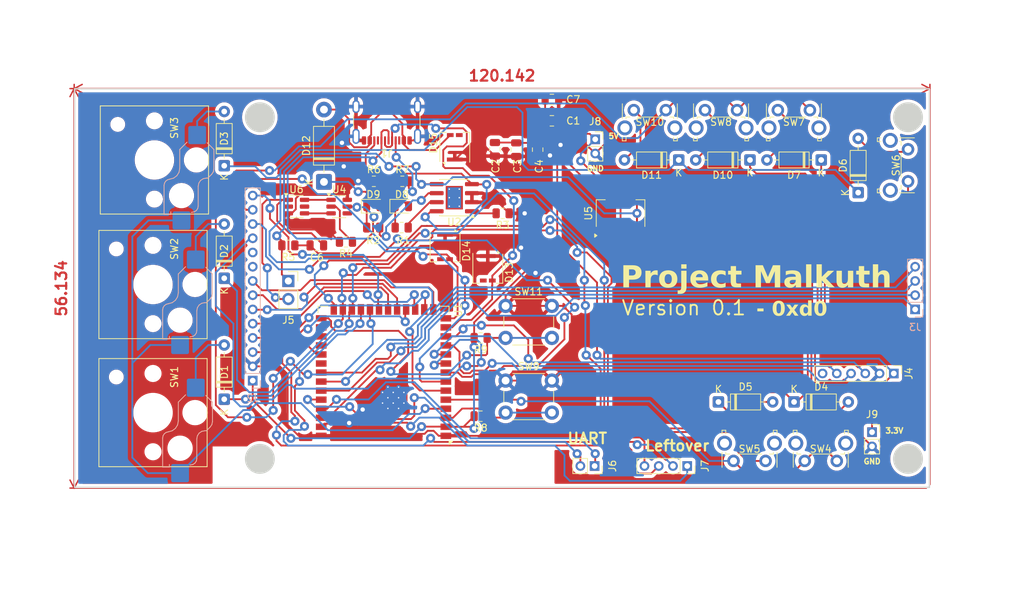
<source format=kicad_pcb>
(kicad_pcb (version 20241229) (generator "pcbnew") (generator_version "9.0")
  (layers (0 "F.Cu" signal) (2 "B.Cu" signal) (13 "F.Paste" user) (15 "B.Paste" user) (5 "F.SilkS" user "F.Silkscreen") (7 "B.SilkS" user "B.Silkscreen") (1 "F.Mask" user) (3 "B.Mask" user) (25 "Edge.Cuts" user))
  (net 0 "")
  (net 1 "BATT")
  (net 2 "GND")
  (net 3 "3.3V")
  (net 4 "Net-(U4-VCC)")
  (net 5 "Net-(J5-Pin_2)")
  (net 6 "KEY_COL1")
  (net 7 "Net-(D1-A)")
  (net 8 "KEY_COL2")
  (net 9 "Net-(D2-A)")
  (net 10 "KEY_COL3")
  (net 11 "Net-(D3-A)")
  (net 12 "Net-(D4-A)")
  (net 13 "Net-(D5-A)")
  (net 14 "Net-(D6-A)")
  (net 15 "Net-(D7-A)")
  (net 16 "5V")
  (net 17 "Net-(D8-K)")
  (net 18 "Net-(D9-K)")
  (net 19 "Net-(D10-A)")
  (net 20 "Net-(D11-A)")
  (net 21 "Net-(D12-A)")
  (net 22 "USB -")
  (net 23 "USB +")
  (net 26 "Net-(J1-CC2)")
  (net 27 "Net-(J1-CC1)")
  (net 28 "TFT_MOSI")
  (net 29 "TFT_CS")
  (net 30 "TFT_DC")
  (net 31 "TOUCH_RST")
  (net 32 "TFT_RST")
  (net 33 "TOUCH_INT")
  (net 34 "TOUCH_SCK")
  (net 35 "TFT_BL")
  (net 37 "TOUCH_SDA")
  (net 38 "TFT_CLK")
  (net 40 "SD_MISO")
  (net 41 "SD_CS")
  (net 42 "SD_MOSI")
  (net 43 "SD_SCK")
  (net 44 "DAC_WS")
  (net 45 "DAC_DIN")
  (net 46 "DAC_BCK")
  (net 48 "UART0_RX")
  (net 49 "UART0_TX")
  (net 50 "UNUSED_1")
  (net 51 "UNUSED_4")
  (net 52 "UNUSED_2")
  (net 53 "UNUSED_3")
  (net 54 "Net-(U2-~{CHRG})")
  (net 55 "Net-(U2-~{STDBY})")
  (net 56 "Net-(U2-TEMP)")
  (net 57 "Net-(U4-CS)")
  (net 58 "EN")
  (net 59 "RST")
  (net 60 "KEY_ROW1")
  (net 61 "KEY_ROW2")
  (net 62 "KEY_ROW3")
  (net 76 "Net-(U4-OD)")
  (net 77 "Net-(U4-OC)")
  (footprint "PCM_Switch_Keyboard_Hotswap_Kailh:SW_Hotswap_Kailh_Choc_V1V2" (layer "F.Cu") (at 102 89 -90)
    (property "Reference" "SW2")
    (property "Value" "SW_Push")
  )
  (footprint "Resistor_SMD:R_0805_2012Metric" (layer "F.Cu") (at 132.9125 81)
    (property "Reference" "R2")
    (property "Value" "1k")
  )
  (footprint "Button_Switch_THT:SW_Tactile_SPST_Angled_PTS645Vx39-2LFS" (layer "F.Cu") (at 189.725 64.5)
    (property "Reference" "SW7")
    (property "Value" "SW_Push")
  )
  (footprint "Button_Switch_THT:SW_Tactile_SPST_Angled_PTS645Vx39-2LFS" (layer "F.Cu") (at 179.5 64.5)
    (property "Reference" "SW8")
    (property "Value" "SW_Push")
  )
  (footprint "Resistor_SMD:R_0805_2012Metric" (layer "F.Cu") (at 148 107.5 180)
    (property "Reference" "R8")
    (property "Value" "10k")
  )
  (footprint "Capacitor_SMD:C_0805_2012Metric" (layer "F.Cu") (at 153 70.05 -90)
    (property "Reference" "C3")
    (property "Value" "22u")
  )
  (footprint "Diode_THT:D_DO-35_SOD27_P7.62mm_Horizontal" (layer "F.Cu") (at 192 105.5)
    (property "Reference" "D4")
    (property "Value" "1N4148")
  )
  (footprint "Button_Switch_THT:SW_Tactile_SPST_Angled_PTS645Vx39-2LFS" (layer "F.Cu") (at 208 70 -90)
    (property "Reference" "SW6")
    (property "Value" "SW_Push")
  )
  (footprint "Diode_THT:D_DO-35_SOD27_P7.62mm_Horizontal" (layer "F.Cu") (at 175.81 71.5 180)
    (property "Reference" "D11")
    (property "Value" "1N4148")
  )
  (footprint "Resistor_SMD:R_0805_2012Metric" (layer "F.Cu") (at 137 74.5)
    (property "Reference" "R7")
    (property "Value" "5.1k")
  )
  (footprint "Button_Switch_THT:SW_PUSH_6mm" (layer "F.Cu") (at 151.5 92)
    (property "Reference" "SW11")
    (property "Value" "SW_Push")
  )
  (footprint "RF_Module:ESP32-S3-WROOM-2" (layer "F.Cu") (at 134.365 105 180)
    (property "Reference" "U1")
    (property "Value" "ESP32-S3-WROOM-2")
  )
  (footprint "Capacitor_SMD:C_0805_2012Metric" (layer "F.Cu") (at 125 83.5 180)
    (property "Reference" "C6")
    (property "Value" "100n")
  )
  (footprint "Diode_SMD:Littelfuse_PolyZen-LS" (layer "F.Cu") (at 144.365 69.72 90)
    (property "Reference" "D15")
    (property "Value" "D_Zener")
  )
  (footprint "Capacitor_SMD:C_0805_2012Metric" (layer "F.Cu") (at 158 63)
    (property "Reference" "C7")
    (property "Value" "10u")
  )
  (footprint "Diode_THT:D_DO-35_SOD27_P7.62mm_Horizontal" (layer "F.Cu") (at 195.81 71.5 180)
    (property "Reference" "D7")
    (property "Value" "1N4148")
  )
  (footprint "Connector_PinSocket_2.00mm:PinSocket_1x02_P2.00mm_Vertical" (layer "F.Cu") (at 164 114.5 -90)
    (property "Reference" "J6")
    (property "Value" "UART Debug")
  )
  (footprint "Diode_THT:D_DO-35_SOD27_P7.62mm_Horizontal" (layer "F.Cu") (at 185.81 71.5 180)
    (property "Reference" "D10")
    (property "Value" "1N4148")
  )
  (footprint "Capacitor_SMD:C_0805_2012Metric" (layer "F.Cu") (at 158 66)
    (property "Reference" "C1")
    (property "Value" "100n")
  )
  (footprint "LED_SMD:LED_0805_2012Metric" (layer "F.Cu") (at 132.9375 78)
    (property "Reference" "D9")
    (property "Value" "LED")
  )
  (footprint "Resistor_SMD:R_0805_2012Metric" (layer "F.Cu") (at 151.0875 79 180)
    (property "Reference" "R3")
    (property "Value" "1.2k")
  )
  (footprint "Diode_THT:D_DO-35_SOD27_P7.62mm_Horizontal" (layer "F.Cu") (at 112 72.31 90)
    (property "Reference" "D3")
    (property "Value" "1N4148")
  )
  (footprint "Diode_THT:D_DO-35_SOD27_P7.62mm_Horizontal" (layer "F.Cu") (at 181.38 105.5)
    (property "Reference" "D5")
    (property "Value" "1N4148")
  )
  (footprint "Button_Switch_THT:SW_PUSH_6mm" (layer "F.Cu") (at 151.5 102.5)
    (property "Reference" "SW9")
    (property "Value" "SW_Push")
  )
  (footprint "Diode_THT:D_DO-35_SOD27_P7.62mm_Horizontal" (layer "F.Cu") (at 201 76.085 90)
    (property "Reference" "D6")
    (property "Value" "1N4148")
  )
  (footprint "Connector_PinSocket_2.00mm:PinSocket_1x04_P2.00mm_Vertical" (layer "F.Cu") (at 177 114.5 -90)
    (property "Reference" "J7")
    (property "Value" "Leftover Pin")
  )
  (footprint "Package_TO_SOT_SMD:SOT-23-6" (layer "F.Cu") (at 122.1375 78.05)
    (property "Reference" "U6")
    (property "Value" "FS8205")
  )
  (footprint "Resistor_SMD:R_0805_2012Metric" (layer "F.Cu") (at 148 96.5 180)
    (property "Reference" "R9")
    (property "Value" "10k")
  )
  (footprint "Diode_SMD:Littelfuse_PolyZen-LS" (layer "F.Cu") (at 149 86.72 -90)
    (property "Reference" "D13")
    (property "Value" "D_Zener")
  )
  (footprint "Button_Switch_THT:SW_Tactile_SPST_Angled_PTS645Vx39-2LFS" (layer "F.Cu") (at 188 113.7875 180)
    (property "Reference" "SW5")
    (property "Value" "SW_Push")
  )
  (footprint "Connector_PinSocket_2.00mm:PinSocket_1x02_P2.00mm_Vertical" (layer "F.Cu") (at 202.946 109.744)
    (property "Reference" "J9")
    (property "Value" "Power (3.3V)")
  )
  (footprint "Package_TO_SOT_SMD:SOT-23-6" (layer "F.Cu") (at 128.1375 78.05)
    (property "Reference" "U4")
    (property "Value" "DW01A")
  )
  (footprint "Resistor_SMD:R_0805_2012Metric" (layer "F.Cu") (at 133 74.5)
    (property "Reference" "R6")
    (property "Value" "5.1k")
  )
  (footprint "Resistor_SMD:R_0805_2012Metric" (layer "F.Cu") (at 129.0875 83 180)
    (property "Reference" "R4")
    (property "Value" "1k")
  )
  (footprint "Package_SO:SOIC-8-1EP_3.9x4.9mm_P1.27mm_EP2.41x3.3mm_ThermalVias" (layer "F.Cu") (at 144.3 76.8 180)
    (property "Reference" "U2")
    (property "Value" "TP4056-42-ESOP8")
  )
  (footprint "Resistor_SMD:R_0805_2012Metric" (layer "F.Cu") (at 121 83.5 180)
    (property "Reference" "R5")
    (property "Value" "100")
  )
  (footprint "Button_Switch_THT:SW_Tactile_SPST_Angled_PTS645Vx39-2LFS" (layer "F.Cu") (at 198 113.7875 180)
    (property "Reference" "SW4")
    (property "Value" "SW_Push")
  )
  (footprint "Connector_PinSocket_2.54mm:PinSocket_1x02_P2.54mm_Vertical" (layer "F.Cu") (at 121 88.5)
    (property "Reference" "J5")
    (property "Value" "Battery Connector" (hide yes))
  )
  (footprint "PCM_Switch_Keyboard_Hotswap_Kailh:SW_Hotswap_Kailh_Choc_V1V2" (layer "F.Cu") (at 102 107 -90)
    (property "Reference" "SW1")
    (property "Value" "SW_Push")
  )
  (footprint "PCM_Switch_Keyboard_Hotswap_Kailh:SW_Hotswap_Kailh_Choc_V1V2" (layer "F.Cu") (at 102.2 71.5 -90)
    (property "Reference" "SW3")
    (property "Value" "SW_Push")
  )
  (footprint "Resistor_SMD:R_0805_2012Metric" (layer "F.Cu") (at 136.9125 81)
    (property "Reference" "R1")
    (property "Value" "1k")
  )
  (footprint "Package_TO_SOT_SMD:SOT-223-3_TabPin2" (layer "F.Cu") (at 167.64 78.994 90)
    (property "Reference" "U5")
    (property "Value" "AMS1117-3.3")
  )
  (footprint "Diode_SMD:Littelfuse_PolyZen-LS" (layer "F.Cu") (at 143 83.72 -90)
    (property "Reference" "D14")
    (property "Value" "D_Zener")
  )
  (footprint "Capacitor_SMD:C_0805_2012Metric" (layer "F.Cu") (at 150 70 -90)
    (property "Reference" "C2")
    (property "Value" "10u")
  )
  (footprint "Connector_PinHeader_2.00mm:PinHeader_1x06_P2.00mm_Vertical" (layer "F.Cu") (at 206 101.5 -90)
    (property "Reference" "J4")
    (property "Value" "DAC Connector")
  )
  (footprint "LED_SMD:LED_0805_2012Metric" (layer "F.Cu") (at 136.9375 78)
    (property "Reference" "D8")
    (property "Value" "LED")
  )
  (footprint "Connector_USB:USB_C_Receptacle_GCT_USB4105-xx-A_16P_TopMnt_Horizontal" (layer "F.Cu") (at 134.82 65.075 180)
    (property "Reference" "J1")
    (property "Value" "USB_C_Receptacle_USB2.0_16P")
  )
  (footprint "Capacitor_SMD:C_0805_2012Metric" (layer "F.Cu") (at 156 70.05 -90)
    (property "Reference" "C4")
    (property "Value" "100n")
  )
  (footprint "Button_Switch_THT:SW_Tactile_SPST_Angled_PTS645Vx39-2LFS" (layer "F.Cu") (at 169.5 64.5)
    (property "Reference" "SW10")
    (property "Value" "SW_Push")
  )
  (footprint "Diode_THT:D_DO-35_SOD27_P7.62mm_Horizontal" (layer "F.Cu") (at 112 105.12 90)
    (property "Reference" "D1")
    (property "Value" "1N4148")
  )
  (footprint "Diode_THT:D_DO-41_SOD81_P10.16mm_Horizontal" (layer "F.Cu") (at 126 74.58 90)
    (property "Reference" "D12")
    (property "Value" "1N5819")
  )
  (footprint "Connector_PinSocket_2.00mm:PinSocket_1x02_P2.00mm_Vertical" (layer "F.Cu") (at 164.084 68.596)
    (property "Reference" "J8")
    (property "Value" "Power (5V)")
  )
  (footprint "Diode_THT:D_DO-35_SOD27_P7.62mm_Horizontal" (layer "F.Cu") (at 112 88.12 90)
    (property "Reference" "D2")
    (property "Value" "1N4148")
  )
  (footprint "Connector_PinSocket_2.00mm:PinSocket_1x04_P2.00mm_Vertical" (layer "B.Cu") (at 209 92.5)
    (property "Reference" "J3")
    (property "Value" "SD Connector")
  )
  (footprint "Connector_PinSocket_2.00mm:PinSocket_1x14_P2.00mm_Vertical" (layer "B.Cu") (at 116 102.5)
    (property "Reference" "J2")
    (property "Value" "Display Connector")
  )
  (gr_circle (center 208 113.5) (end 210 113.5) (stroke (width 0.2)) (fill yes) (layer "Edge.Cuts"))
  (gr_circle (center 208 65.5) (end 210 65.5) (stroke (width 0.2)) (fill yes) (layer "Edge.Cuts"))
  (gr_circle (center 117 113.5) (end 119 113.5) (stroke (width 0.2)) (fill yes) (layer "Edge.Cuts"))
  (gr_circle (center 117 65.5) (end 119 65.5) (stroke (width 0.2)) (fill yes) (layer "Edge.Cuts"))
  (gr_rect (start 91 61.5) (end 211 117.5) (stroke (width 0.2)) (fill no) (layer "Edge.Cuts"))
  (gr_text "3.3V" (at 204.724 109.982 0) (layer "F.SilkS") (effects (font (size 0.762 0.762) (thickness 0.1905) (bold yes)) (justify left bottom)))
  (gr_text "Version 0.1" (at 167.64 93.472 0) (layer "F.SilkS") (effects (font (size 2.032 2.032) (thickness 0.254)) (justify left bottom)))
  (gr_text "Project Malkuth" (at 167.64 89.916 0) (layer "F.SilkS") (effects (font (size 3.048 3.048) (thickness 0.1)) (justify left bottom)))
  (gr_text "GND" (at 201.676 114.3 0) (layer "F.SilkS") (effects (font (size 0.762 0.762) (thickness 0.1905) (bold yes)) (justify left bottom)))
  (gr_text "GND" (at 162.814 73.152 0) (layer "F.SilkS") (effects (font (size 0.762 0.762) (thickness 0.1905) (bold yes)) (justify left bottom)))
  (gr_text "- 0xd0" (at 186.69 93.726 0) (layer "F.SilkS") (effects (font (size 2.032 2.032) (thickness 0.1)) (justify left bottom)))
  (gr_text "Leftover" (at 170.942 112.522 0) (layer "F.SilkS") (effects (font (size 1.5 1.5) (thickness 0.3) (bold yes)) (justify left bottom)))
  (gr_text "UART" (at 160.02 111.506 0) (layer "F.SilkS") (effects (font (size 1.5 1.5) (thickness 0.3) (bold yes)) (justify left bottom)))
  (gr_text "5V" (at 165.862 68.596 0) (layer "F.SilkS") (effects (font (size 0.762 0.762) (thickness 0.1905) (bold yes)) (justify left bottom)))
  (dimension (type orthogonal) (layer "F.Cu") (pts (xy 211.074 117.602) (xy 211.074 61.468)) (height -120.142) (orientation 1) (format (prefix "") (suffix "") (units 2) (units_format 0) (precision 4) (suppress_zeroes yes)) (style (thickness 0.2) (arrow_length 1.27) (text_position_mode 0) (arrow_direction outward) (extension_height 0.58642) (extension_offset 0.5) (keep_text_aligned yes)) (gr_text "56.134" (at 89.132 89.535 90) (layer "F.Cu") (effects (font (size 1.5 1.5) (thickness 0.3)))))
  (dimension (type orthogonal) (layer "F.Cu") (pts (xy 211.074 117.602) (xy 90.932 117.602)) (height -56.134) (orientation 0) (format (prefix "") (suffix "") (units 2) (units_format 0) (precision 4) (suppress_zeroes yes)) (style (thickness 0.2) (arrow_length 1.27) (text_position_mode 0) (arrow_direction outward) (extension_height 0.58642) (extension_offset 0.5) (keep_text_aligned yes)) (gr_text "120.142" (at 151.003 59.668 0) (layer "F.Cu") (effects (font (size 1.5 1.5) (thickness 0.3)))))
  (segment (start 141.825 74.895) (end 139.735 74.895) (width 0.254) (layer "F.Cu") (net 1))
  (segment (start 164.084 68.596) (end 163.306 67.818) (width 0.254) (layer "F.Cu") (net 1))
  (segment (start 120.0875 82.874174) (end 119.38 82.166674) (width 0.254) (layer "F.Cu") (net 1))
  (segment (start 120.0875 83.5) (end 120.0875 82.874174) (width 0.254) (layer "F.Cu") (net 1))
  (segment (start 139.735 74.895) (end 139.7 74.93) (width 0.254) (layer "F.Cu") (net 1))
  (segment (start 120.0875 83.5) (end 120.0875 87.5875) (width 0.254) (layer "F.Cu") (net 1))
  (segment (start 157.05 66) (end 157.05 63) (width 0.254) (layer "F.Cu") (net 1))
  (segment (start 163.306 67.818) (end 158.868 67.818) (width 0.254) (layer "F.Cu") (net 1))
  (segment (start 162.052 71.628) (end 164.886 74.462) (width 0.254) (layer "F.Cu") (net 1))
  (segment (start 169.412608 74.462) (end 169.94 74.989392) (width 0.254) (layer "F.Cu") (net 1))
  (segment (start 158.868 67.818) (end 157.05 66) (width 0.254) (layer "F.Cu") (net 1))
  (segment (start 135.128 72.402) (end 138.938 72.402) (width 0.254) (layer "F.Cu") (net 1))
  (segment (start 169.94 74.989392) (end 169.94 82.144) (width 0.254) (layer "F.Cu") (net 1))
  (segment (start 120.0875 87.5875) (end 121 88.5) (width 0.254) (layer "F.Cu") (net 1))
  (segment (start 164.886 74.462) (end 169.412608 74.462) (width 0.254) (layer "F.Cu") (net 1))
  (segment (start 169.94 78.994) (end 169.94 82.144) (width 0.254) (layer "F.Cu") (net 1))
  (via (at 135.128 72.402) (size 1.27) (drill 0.6096) (layers "F.Cu" "B.Cu") (net 1))
  (via (at 119.38 82.166674) (size 1.27) (drill 0.6096) (layers "F.Cu" "B.Cu") (net 1))
  (via (at 169.94 78.994) (size 1.27) (drill 0.6096) (layers "F.Cu" "B.Cu") (net 1))
  (via (at 139.7 74.93) (size 1.27) (drill 0.6096) (layers "F.Cu" "B.Cu") (net 1))
  (via (at 138.938 72.402) (size 1.27) (drill 0.6096) (layers "F.Cu" "B.Cu") (net 1))
  (via (at 162.052 71.628) (size 1.27) (drill 0.6096) (layers "F.Cu" "B.Cu") (net 1))
  (segment (start 133.338 70.612) (end 135.128 72.402) (width 0.254) (layer "B.Cu") (net 1))
  (segment (start 119.38 82.166674) (end 120.395 81.151674) (width 0.254) (layer "B.Cu") (net 1))
  (segment (start 132.458323 70.611) (end 133.300835 70.611) (width 0.254) (layer "B.Cu") (net 1))
  (segment (start 120.395 73.110834) (end 122.893834 70.612) (width 0.254) (layer "B.Cu") (net 1))
  (segment (start 162.052 70.628) (end 162.052 71.628) (width 0.254) (layer "B.Cu") (net 1))
  (segment (start 143.06 74.93) (end 139.7 74.93) (width 0.254) (layer "B.Cu") (net 1))
  (segment (start 122.893834 70.612) (end 132.457323 70.612) (width 0.254) (layer "B.Cu") (net 1))
  (segment (start 133.301835 70.612) (end 133.338 70.612) (width 0.254) (layer "B.Cu") (net 1))
  (segment (start 165.354 78.994) (end 160.273 73.913) (width 0.254) (layer "B.Cu") (net 1))
  (segment (start 164.084 68.596) (end 162.052 70.628) (width 0.254) (layer "B.Cu") (net 1))
  (segment (start 138.938 74.168) (end 139.7 74.93) (width 0.254) (layer "B.Cu") (net 1))
  (segment (start 120.395 81.151674) (end 120.395 73.110834) (width 0.254) (layer "B.Cu") (net 1))
  (segment (start 169.94 78.994) (end 165.354 78.994) (width 0.254) (layer "B.Cu") (net 1))
  (segment (start 160.273 73.913) (end 144.077 73.913) (width 0.254) (layer "B.Cu") (net 1))
  (segment (start 133.300835 70.611) (end 133.301835 70.612) (width 0.254) (layer "B.Cu") (net 1))
  (segment (start 138.938 72.402) (end 138.938 74.168) (width 0.254) (layer "B.Cu") (net 1))
  (segment (start 132.457323 70.612) (end 132.458323 70.611) (width 0.254) (layer "B.Cu") (net 1))
  (segment (start 144.077 73.913) (end 143.06 74.93) (width 0.254) (layer "B.Cu") (net 1))
  (segment (start 128.826 76.418) (end 129.275 75.969) (width 0.254) (layer "F.Cu") (net 2))
  (segment (start 129.275 75.969) (end 130.81 74.434) (width 0.254) (layer "F.Cu") (net 2))
  (segment (start 165.862 66.802) (end 165.862 68.818) (width 0.254) (layer "F.Cu") (net 2))
  (segment (start 131.62 68.755) (end 131.075 68.755) (width 0.254) (layer "F.Cu") (net 2))
  (segment (start 146.775 77.435) (end 150.435 77.435) (width 0.254) (layer "F.Cu") (net 2))
  (segment (start 139.14 64) (end 139.14 68.18) (width 0.254) (layer "F.Cu") (net 2))
  (segment (start 122.537982 76.418) (end 122.0445 76.911482) (width 0.254) (layer "F.Cu") (net 2))
  (segment (start 162.873579 69.385579) (end 159.214421 69.385579) (width 0.254) (layer "F.Cu") (net 2))
  (segment (start 151.670539 90.456539) (end 154.752077 87.375001) (width 0.254) (layer "F.Cu") (net 2))
  (segment (start 120.904 108.712) (end 120.904 101.6) (width 0.254) (layer "F.Cu") (net 2))
  (segment (start 128.593 76.418) (end 128.826 76.418) (width 0.254) (layer "F.Cu") (net 2))
  (segment (start 158.95 66) (end 158.95 63) (width 0.254) (layer "F.Cu") (net 2))
  (segment (start 128.593 76.418) (end 122.537982 76.418) (width 0.254) (layer "F.Cu") (net 2))
  (segment (start 144.365 71.44) (end 144.43 71.44) (width 0.254) (layer "F.Cu") (net 2))
  (segment (start 130.958171 108.966) (end 136.652 108.966) (width 0.254) (layer "F.Cu") (net 2))
  (segment (start 136.066 74.5) (end 134.874 75.692) (width 0.254) (layer "F.Cu") (net 2))
  (segment (start 130.5 64) (end 130.5 68.18) (width 0.254) (layer "F.Cu") (net 2))
  (segment (start 138.02 68.755) (end 138.565 68.755) (width 0.254) (layer "F.Cu") (net 2))
  (segment (start 122.452 110.26) (end 120.904 108.712) (width 0.254) (layer "F.Cu") (net 2))
  (segment (start 147.46 65.45) (end 146.01 64) (width 0.254) (layer "F.Cu") (net 2))
  (segment (start 122.0445 78.424518) (end 121.469018 79) (width 0.254) (layer "F.Cu") (net 2))
  (segment (start 156.614 103.886) (end 158 102.5) (width 0.254) (layer "F.Cu") (net 2))
  (segment (start 159.564 92) (end 160.782 93.218) (width 0.254) (layer "F.Cu") (net 2))
  (segment (start 154.752077 87.375001) (end 155.702 87.375001) (width 0.254) (layer "F.Cu") (net 2))
  (segment (start 120.501917 80.412083) (end 120.501917 79.498083) (width 0.254) (layer "F.Cu") (net 2))
  (segment (start 129.54 108.458) (end 130.450171 108.458) (width 0.254) (layer "F.Cu") (net 2))
  (segment (start 139.14 64) (end 130.5 64) (width 0.254) (layer "F.Cu") (net 2))
  (segment (start 121.369834 81.28) (end 120.501917 80.412083) (width 0.254) (layer "F.Cu") (net 2))
  (segment (start 156 71) (end 153 71) (width 0.254) (layer "F.Cu") (net 2))
  (segment (start 154.178 79) (end 157.22 79) (width 0.254) (layer "F.Cu") (net 2))
  (segment (start 151.5 92) (end 151.5 90.627078) (width 0.254) (layer "F.Cu") (net 2))
  (segment (start 122.0445 76.911482) (end 122.0445 78.424518) (width 0.254) (layer "F.Cu") (net 2))
  (segment (start 152.146 83.82) (end 150.966 85) (width 0.254) (layer "F.Cu") (net 2))
  (segment (start 201.168 109.966) (end 202.946 111.744) (width 0.254) (layer "F.Cu") (net 2))
  (segment (start 160.782 93.218) (end 160.782 99.718) (width 0.254) (layer "F.Cu") (net 2))
  (segment (start 128.524 69.089391) (end 128.526391 69.087) (width 0.254) (layer "F.Cu") (net 2))
  (segment (start 157.734 78.486) (end 157.734 70.866) (width 0.254) (layer "F.Cu") (net 2))
  (segment (start 140.546128 109.558128) (end 140.121256 109.983) (width 0.254) (layer "F.Cu") (net 2))
  (segment (start 125.615 110.26) (end 122.452 110.26) (width 0.254) (layer "F.Cu") (net 2))
  (segment (start 158 102.5) (end 160.782 99.718) (width 0.254) (layer "F.Cu") (net 2))
  (segment (start 129.54 108.458) (end 127.738 110.26) (width 0.254) (layer "F.Cu") (net 2))
  (segment (start 157.22 79) (end 157.734 78.486) (width 0.254) (layer "F.Cu") (net 2))
  (segment (start 150 70.95) (end 147.46 68.41) (width 0.254) (layer "F.Cu") (net 2))
  (segment (start 152.95 70.95) (end 153 71) (width 0.254) (layer "F.Cu") (net 2))
  (segment (start 136.0875 74.5) (end 136.066 74.5) (width 0.254) (layer "F.Cu") (net 2))
  (segment (start 150.435 77.435) (end 152 79) (width 0.254) (layer "F.Cu") (net 2))
  (segment (start 150.966 85) (end 149 85) (width 0.254) (layer "F.Cu") (net 2))
  (segment (start 137.669 109.983) (end 136.652 108.966) (width 0.254) (layer "F.Cu") (net 2))
  (segment (start 158.95 63) (end 162.06 63) (width 0.254) (layer "F.Cu") (net 2))
  (segment (start 130.450171 108.458) (end 130.958171 108.966) (width 0.254) (layer "F.Cu") (net 2))
  (segment (start 153.3 102.5) (end 154.686 103.886) (width 0.254) (layer "F.Cu") (net 2))
  (segment (start 149 85) (end 144.69 85) (width 0.254) (layer "F.Cu") (net 2))
  (segment (start 152 79) (end 154.178 79) (width 0.254) (layer "F.Cu") (net 2))
  (segment (start 153.67 83.82) (end 152.146 83.82) (width 0.254) (layer "F.Cu") (net 2))
  (segment (start 162.06 63) (end 165.862 66.802) (width 0.254) (layer "F.Cu") (net 2))
  (segment (start 132.0875 75.1765) (end 132.0875 74.5) (width 0.254) (layer "F.Cu") (net 2))
  (segment (start 151.5 90.627078) (end 151.670539 90.456539) (width 0.254) (layer "F.Cu") (net 2))
  (segment (start 138.565 68.755) (end 139.14 68.18) (width 0.254) (layer "F.Cu") (net 2))
  (segment (start 131.075 68.755) (end 130.5 68.18) (width 0.254) (layer "F.Cu") (net 2))
  (segment (start 141.409128 109.558128) (end 140.546128 109.558128) (width 0.254) (layer "F.Cu") (net 2))
  (segment (start 126.455 81.28) (end 121.369834 81.28) (width 0.254) (layer "F.Cu") (net 2))
  (segment (start 157.6 71) (end 157.734 70.866) (width 0.254) (layer "F.Cu") (net 2))
  (segment (start 144.43 71.44) (end 147.46 68.41) (width 0.254) (layer "F.Cu") (net 2))
  (segment (start 131.588 106.41) (end 134.225 106.41) (width 0.254) (layer "F.Cu") (net 2))
  (segment (start 159.564 92) (end 158 92) (width 0.254) (layer "F.Cu") (net 2))
  (segment (start 131.43334 106.56466) (end 131.588 106.41) (width 0.254) (layer "F.Cu") (net 2))
  (segment (start 142.111 110.26) (end 141.409128 109.558128) (width 0.254) (layer "F.Cu") (net 2))
  (segment (start 165.862 68.818) (end 164.084 70.596) (width 0.254) (layer "F.Cu") (net 2))
  (segment (start 150 70.95) (end 152.95 70.95) (width 0.254) (layer "F.Cu") (net 2))
  (segment (start 128.778 72.402) (end 128.524 72.148) (width 0.254) (layer "F.Cu") (net 2))
  (segment (start 159.214421 69.385579) (end 158.95 69.121158) (width 0.254) (layer "F.Cu") (net 2))
  (segment (start 154.686 103.886) (end 154.686 109.014) (width 0.254) (layer "F.Cu") (net 2))
  (segment (start 151.5 102.5) (end 153.3 102.5) (width 0.254) (layer "F.Cu") (net 2))
  (segment (start 132.08 75.184) (end 132.0875 75.1765) (width 0.254) (layer "F.Cu") (net 2))
  (segment (start 144.69 85) (end 143 83.31) (width 0.254) (layer "F.Cu") (net 2))
  (segment (start 120.501917 79.498083) (end 121 79) (width 0.254) (layer "F.Cu") (net 2))
  (segment (start 128.175 83) (end 126.455 81.28) (width 0.254) (layer "F.Cu") (net 2))
  (segment (start 204 101.5) (end 201.168 104.332) (width 0.254) (layer "F.Cu") (net 2))
  (segment (start 146.775 77.435) (end 146.775 76.165) (width 0.254) (layer "F.Cu") (net 2))
  (segment (start 119.804 100.5) (end 116 100.5) (width 0.254) (layer "F.Cu") (net 2))
  (segment (start 143.115 110.26) (end 142.111 110.26) (width 0.254) (layer "F.Cu") (net 2))
  (segment (start 121.469018 79) (end 121 79) (width 0.254) (layer "F.Cu") (net 2))
  (segment (start 130.876 74.5) (end 130.81 74.434) (width 0.254) (layer "F.Cu") (net 2))
  (segment (start 132.588 75.692) (end 132.08 75.184) (width 0.254) (layer "F.Cu") (net 2))
  (segment (start 151.5 92) (end 158 92) (width 0.254) (layer "F.Cu") (net 2))
  (segment (start 147.46 68.41) (end 147.46 65.45) (width 0.254) (layer "F.Cu") (net 2))
  (segment (start 134.874 75.692) (end 132.588 75.692) (width 0.254) (layer "F.Cu") (net 2))
  (segment (start 154.686 103.886) (end 156.614 103.886) (width 0.254) (layer "F.Cu") (net 2))
  (segment (start 146.01 64) (end 139.14 64) (width 0.254) (layer "F.Cu") (net 2))
  (segment (start 201.168 104.332) (end 201.168 109.966) (width 0.254) (layer "F.Cu") (net 2))
  (segment (start 143 83.31) (end 143 82) (width 0.254) (layer "F.Cu") (net 2))
  (segment (start 128.778 109.22) (end 127.738 110.26) (width 0.254) (layer "F.Cu") (net 2))
  (segment (start 132.0875 74.5) (end 130.876 74.5) (width 0.254) (layer "F.Cu") (net 2))
  (segment (start 128.524 72.148) (end 128.524 69.089391) (width 0.254) (layer "F.Cu") (net 2))
  (segment (start 127.738 110.26) (end 125.615 110.26) (width 0.254) (layer "F.Cu") (net 2))
  (segment (start 164.084 70.596) (end 162.873579 69.385579) (width 0.254) (layer "F.Cu") (net 2))
  (segment (start 120.904 101.6) (end 119.804 100.5) (width 0.254) (layer "F.Cu") (net 2))
  (segment (start 140.121256 109.983) (end 137.669 109.983) (width 0.254) (layer "F.Cu") (net 2))
  (segment (start 129.275 77.1) (end 129.275 75.969) (width 0.254) (layer "F.Cu") (net 2))
  (segment (start 154.686 109.014) (end 153.44 110.26) (width 0.254) (layer "F.Cu") (net 2))
  (segment (start 156 71) (end 157.6 71) (width 0.254) (layer "F.Cu") (net 2))
  (segment (start 153.44 110.26) (end 143.115 110.26) (width 0.254) (layer "F.Cu") (net 2))
  (via (at 157.734 70.866) (size 1.27) (drill 0.6096) (layers "F.Cu" "B.Cu") (net 2))
  (via (at 129.54 108.458) (size 1.27) (drill 0.6096) (layers "F.Cu" "B.Cu") (net 2))
  (via (at 153.67 83.82) (size 1.27) (drill 0.6096) (layers "F.Cu" "B.Cu") (net 2))
  (via (at 155.702 87.375001) (size 1.27) (drill 0.6096) (layers "F.Cu" "B.Cu") (net 2))
  (via (at 154.178 79) (size 1.27) (drill 0.6096) (layers "F.Cu" "B.Cu") (net 2))
  (via (at 159.214421 69.385579) (size 1.27) (drill 0.6096) (layers "F.Cu" "B.Cu") (net 2))
  (via (at 130.81 74.434) (size 1.27) (drill 0.6096) (layers "F.Cu" "B.Cu") (net 2))
  (via (at 128.526391 69.087) (size 1.27) (drill 0.6096) (layers "F.Cu" "B.Cu") (net 2))
  (via (at 128.778 72.402) (size 1.27) (drill 0.6096) (layers "F.Cu" "B.Cu") (net 2))
  (via (at 131.43334 106.56466) (size 1.27) (drill 0.6096) (layers "F.Cu" "B.Cu") (net 2))
  (segment (start 129.794 73.406) (end 129.794 73.418) (width 0.254) (layer "B.Cu") (net 2))
  (segment (start 154.178 81.788) (end 154.178 79) (width 0.254) (layer "B.Cu") (net 2))
  (segment (start 129.432 68.18) (end 130.5 68.18) (width 0.254) (layer "B.Cu") (net 2))
  (segment (start 129.54 108.458) (end 131.43334 106.56466) (width 0.254) (layer "B.Cu") (net 2))
  (segment (start 157.734 70.866) (end 159.214421 69.385579) (width 0.254) (layer "B.Cu") (net 2))
  (segment (start 153.67 83.82) (end 153.67 85.343001) (width 0.254) (layer "B.Cu") (net 2))
  (segment (start 128.526391 69.085609) (end 129.432 68.18) (width 0.254) (layer "B.Cu") (net 2))
  (segment (start 158.566 103.066) (end 158 102.5) (width 0.254) (layer "B.Cu") (net 2))
  (segment (start 128.778 72.402) (end 128.79 72.402) (width 0.254) (layer "B.Cu") (net 2))
  (segment (start 159.039 101.461) (end 192.786 101.461) (width 0.254) (layer "B.Cu") (net 2))
  (segment (start 128.526391 69.087) (end 128.526391 69.085609) (width 0.254) (layer "B.Cu") (net 2))
  (segment (start 153.67 83.82) (end 153.67 82.296) (width 0.254) (layer "B.Cu") (net 2))
  (segment (start 194.391 103.066) (end 202.434 103.066) (width 0.254) (layer "B.Cu") (net 2))
  (segment (start 153.67 82.296) (end 154.178 81.788) (width 0.254) (layer "B.Cu") (net 2))
  (segment (start 202.434 103.066) (end 204 101.5) (width 0.254) (layer "B.Cu") (net 2))
  (segment (start 158 102.5) (end 159.039 101.461) (width 0.254) (layer "B.Cu") (net 2))
  (segment (start 129.794 73.418) (end 130.81 74.434) (width 0.254) (layer "B.Cu") (net 2))
  (segment (start 128.79 72.402) (end 129.794 73.406) (width 0.254) (layer "B.Cu") (net 2))
  (segment (start 192.786 101.461) (end 194.391 103.066) (width 0.254) (layer "B.Cu") (net 2))
  (segment (start 153.67 85.343001) (end 155.702 87.375001) (width 0.254) (layer "B.Cu") (net 2))
  (segment (start 146.812 97.536) (end 147.066 97.79) (width 0.254) (layer "F.Cu") (net 3))
  (segment (start 167.64 75.844) (end 164.234586 75.844) (width 0.254) (layer "F.Cu") (net 3))
  (segment (start 164.234586 75.844) (end 158.749293 70.358707) (width 0.254) (layer "F.Cu") (net 3))
  (segment (start 156 69.1) (end 157.492 69.1) (width 0.254) (layer "F.Cu") (net 3))
  (segment (start 158.75 82.657244) (end 158.676622 82.730622) (width 0.254) (layer "F.Cu") (net 3))
  (segment (start 147.066 109.22) (end 146.836 108.99) (width 0.254) (layer "F.Cu") (net 3))
  (segment (start 158.75 70.358) (end 158.75 82.657244) (width 0.254) (layer "F.Cu") (net 3))
  (segment (start 147.0875 94.319744) (end 147.0875 96.5) (width 0.254) (layer "F.Cu") (net 3))
  (segment (start 202.946 104.554) (end 206 101.5) (width 0.254) (layer "F.Cu") (net 3))
  (segment (start 167.64 82.144) (end 167.64 75.844) (width 0.254) (layer "F.Cu") (net 3))
  (segment (start 139.7 108.966) (end 143.091 108.966) (width 0.254) (layer "F.Cu") (net 3))
  (segment (start 158.676622 82.730622) (end 147.0875 94.319744) (width 0.254) (layer "F.Cu") (net 3))
  (segment (start 156 69.1) (end 153 69.1) (width 0.254) (layer "F.Cu") (net 3))
  (segment (start 116 105.244842) (end 116 102.5) (width 0.254) (layer "F.Cu") (net 3))
  (segment (start 146.836 108.99) (end 145.5975 108.99) (width 0.254) (layer "F.Cu") (net 3))
  (segment (start 158.676622 82.730622) (end 158.676622 83.064283) (width 0.254) (layer "F.Cu") (net 3))
  (segment (start 146.812 96.7755) (end 146.812 97.536) (width 0.254) (layer "F.Cu") (net 3))
  (segment (start 150 69.05) (end 152.95 69.05) (width 0.254) (layer "F.Cu") (net 3))
  (segment (start 147.0875 96.5) (end 147.066 96.4785) (width 0.254) (layer "F.Cu") (net 3))
  (segment (start 147.0875 107.5) (end 145.5975 108.99) (width 0.254) (layer "F.Cu") (net 3))
  (segment (start 145.5975 108.99) (end 143.115 108.99) (width 0.254) (layer "F.Cu") (net 3))
  (segment (start 164.338 88.725661) (end 164.338 98.918) (width 0.254) (layer "F.Cu") (net 3))
  (segment (start 152.95 69.05) (end 153 69.1) (width 0.254) (layer "F.Cu") (net 3))
  (segment (start 147.0875 96.5) (end 146.812 96.7755) (width 0.254) (layer "F.Cu") (net 3))
  (segment (start 143.091 108.966) (end 143.115 108.99) (width 0.254) (layer "F.Cu") (net 3))
  (segment (start 121.360452 110.605294) (end 116 105.244842) (width 0.254) (layer "F.Cu") (net 3))
  (segment (start 202.946 109.744) (end 202.946 104.554) (width 0.254) (layer "F.Cu") (net 3))
  (segment (start 157.492 69.1) (end 158.75 70.358) (width 0.254) (layer "F.Cu") (net 3))
  (segment (start 158.676622 83.064283) (end 164.338 88.725661) (width 0.254) (layer "F.Cu") (net 3))
  (via (at 164.338 98.918) (size 1.27) (drill 0.6096) (layers "F.Cu" "B.Cu") (net 3))
  (via (at 139.7 108.966) (size 1.27) (drill 0.6096) (layers "F.Cu" "B.Cu") (net 3))
  (via (at 147.066 109.22) (size 1.27) (drill 0.6096) (layers "F.Cu" "B.Cu") (net 3))
  (via (at 121.360452 110.605294) (size 1.27) (drill 0.6096) (layers "F.Cu" "B.Cu") (net 3))
  (via (at 147.066 97.79) (size 1.27) (drill 0.6096) (layers "F.Cu" "B.Cu") (net 3))
  (segment (start 147.066 97.79) (end 147.066 109.22) (width 0.254) (layer "B.Cu") (net 3))
  (segment (start 164.845 99.425) (end 164.338 98.918) (width 0.254) (layer "B.Cu") (net 3))
  (segment (start 121.360452 110.605294) (end 138.060706 110.605294) (width 0.254) (layer "B.Cu") (net 3))
  (segment (start 196.088 99.425) (end 166.878 99.425) (width 0.254) (layer "B.Cu") (net 3))
  (segment (start 203.925 99.425) (end 196.088 99.425) (width 0.254) (layer "B.Cu") (net 3))
  (segment (start 166.878 99.425) (end 164.845 99.425) (width 0.254) (layer "B.Cu") (net 3))
  (segment (start 138.060706 110.605294) (end 139.7 108.966) (width 0.254) (layer "B.Cu") (net 3))
  (segment (start 206 101.5) (end 203.925 99.425) (width 0.254) (layer "B.Cu") (net 3))
  (segment (start 129.275 78.05) (end 130.540841 78.05) (width 0.254) (layer "F.Cu") (net 4))
  (segment (start 133.016 79.495543) (end 132.8945 79.617043) (width 0.254) (layer "F.Cu") (net 4))
  (segment (start 125.157 84.607) (end 124.05 83.5) (width 0.254) (layer "F.Cu") (net 4))
  (segment (start 132.8945 81.71871) (end 130.00621 84.607) (width 0.254) (layer "F.Cu") (net 4))
  (segment (start 130.540841 78.05) (end 130.623502 78.132661) (width 0.254) (layer "F.Cu") (net 4))
  (segment (start 132.8945 79.617043) (end 132.8945 81.71871) (width 0.254) (layer "F.Cu") (net 4))
  (segment (start 121.9125 83.5) (end 124.05 83.5) (width 0.254) (layer "F.Cu") (net 4))
  (segment (start 130.00621 84.607) (end 125.157 84.607) (width 0.254) (layer "F.Cu") (net 4))
  (segment (start 133.016 79.597164) (end 132.9686 79.644564) (width 0.254) (layer "F.Cu") (net 4))
  (segment (start 133.016 79.495543) (end 133.016 79.597164) (width 0.254) (layer "F.Cu") (net 4))
  (via (at 130.623502 78.132661) (size 1.27) (drill 0.6096) (layers "F.Cu" "B.Cu") (net 4))
  (via (at 133.016 79.495543) (size 1.27) (drill 0.6096) (layers "F.Cu" "B.Cu") (net 4))
  (segment (start 131.752575 78.132661) (end 130.623502 78.132661) (width 0.254) (layer "B.Cu") (net 4))
  (segment (start 133.016 79.396086) (end 131.752575 78.132661) (width 0.254) (layer "B.Cu") (net 4))
  (segment (start 133.016 79.495543) (end 133.016 79.396086) (width 0.254) (layer "B.Cu") (net 4))
  (segment (start 118.047662 86.676338) (end 117.348 85.976676) (width 0.254) (layer "F.Cu") (net 5))
  (segment (start 121 91.04) (end 119.400841 91.04) (width 0.254) (layer "F.Cu") (net 5))
  (segment (start 125.95 83.5) (end 124.238 81.788) (width 0.254) (layer "F.Cu") (net 5))
  (segment (start 119.43748 77.80452) (end 120.142 77.1) (width 0.254) (layer "F.Cu") (net 5))
  (segment (start 117.972 77.1) (end 121 77.1) (width 0.254) (layer "F.Cu") (net 5))
  (segment (start 120.142 77.1) (end 121 77.1) (width 0.254) (layer "F.Cu") (net 5))
  (segment (start 119.400841 91.04) (end 119.18484 90.823999) (width 0.254) (layer "F.Cu") (net 5))
  (segment (start 124.238 81.788) (end 121.158 81.788) (width 0.254) (layer "F.Cu") (net 5))
  (segment (start 119.43748 80.06748) (end 119.43748 77.80452) (width 0.254) (layer "F.Cu") (net 5))
  (segment (start 117.348 85.976676) (end 117.348 77.724) (width 0.254) (layer "F.Cu") (net 5))
  (segment (start 121.158 81.788) (end 119.43748 80.06748) (width 0.254) (layer "F.Cu") (net 5))
  (segment (start 117.348 77.724) (end 117.972 77.1) (width 0.254) (layer "F.Cu") (net 5))
  (via (at 119.18484 90.823999) (size 1.27) (drill 0.6096) (layers "F.Cu" "B.Cu") (net 5))
  (via (at 118.047662 86.676338) (size 1.27) (drill 0.6096) (layers "F.Cu" "B.Cu") (net 5))
  (segment (start 119.18484 90.823999) (end 118.047662 89.686821) (width 0.254) (layer "B.Cu") (net 5))
  (segment (start 118.047662 89.686821) (end 118.047662 86.676338) (width 0.254) (layer "B.Cu") (net 5))
  (segment (start 130.555 86.134) (end 135.057834 86.134) (width 0.254) (layer "F.Cu") (net 6))
  (segment (start 183.643 107.398834) (end 183.643 108.965) (width 0.254) (layer "F.Cu") (net 6))
  (segment (start 192.399835 105.5) (end 194.434 103.465835) (width 0.254) (layer "F.Cu") (net 6))
  (segment (start 168.402 109.728) (end 165.354 106.68) (width 0.254) (layer "F.Cu") (net 6))
  (segment (start 194.434 103.465835) (end 194.434 95.379999) (width 0.254) (layer "F.Cu") (net 6))
  (segment (start 190.64 104.14) (end 186.901834 104.14) (width 0.254) (layer "F.Cu") (net 6))
  (segment (start 139.403834 81.788) (end 140.208 81.788) (width 0.254) (layer "F.Cu") (net 6))
  (segment (start 135.057834 86.134) (end 139.403834 81.788) (width 0.254) (layer "F.Cu") (net 6))
  (segment (start 165.354 106.68) (end 165.354 88.391) (width 0.254) (layer "F.Cu") (net 6))
  (segment (start 129.541003 94.487) (end 129.540002 94.485999) (width 0.254) (layer "F.Cu") (net 6))
  (segment (start 130.048 92.372) (end 129.92 92.5) (width 0.254) (layer "F.Cu") (net 6))
  (segment (start 130.048 90.934) (end 130.048 92.372) (width 0.254) (layer "F.Cu") (net 6))
  (segment (start 112.006023 105.113977) (end 114.984 105.113977) (width 0.254) (layer "F.Cu") (net 6))
  (segment (start 129.540002 94.485999) (end 129.540002 92.879998) (width 0.254) (layer "F.Cu") (net 6))
  (segment (start 194.434 95.379999) (end 195.81 94.004) (width 0.254) (layer "F.Cu") (net 6))
  (segment (start 182.88 109.728) (end 168.402 109.728) (width 0.254) (layer "F.Cu") (net 6))
  (segment (start 130.048 86.641) (end 130.555 86.134) (width 0.254) (layer "F.Cu") (net 6))
  (segment (start 192 105.5) (end 190.64 104.14) (width 0.254) (layer "F.Cu") (net 6))
  (segment (start 186.901834 104.14) (end 183.643 107.398834) (width 0.254) (layer "F.Cu") (net 6))
  (segment (start 183.643 108.965) (end 182.88 109.728) (width 0.254) (layer "F.Cu") (net 6))
  (segment (start 112 105.12) (end 112.006023 105.113977) (width 0.254) (layer "F.Cu") (net 6))
  (segment (start 129.540002 92.879998) (end 129.92 92.5) (width 0.254) (layer "F.Cu") (net 6))
  (segment (start 192 105.5) (end 192.399835 105.5) (width 0.254) (layer "F.Cu") (net 6))
  (segment (start 195.81 94.004) (end 195.81 71.5) (width 0.254) (layer "F.Cu") (net 6))
  (via (at 129.541003 94.487) (size 1.27) (drill 0.6096) (layers "F.Cu" "B.Cu") (net 6))
  (via (at 165.354 88.391) (size 1.27) (drill 0.6096) (layers "F.Cu" "B.Cu") (net 6))
  (via (at 140.208 81.788) (size 1.27) (drill 0.6096) (layers "F.Cu" "B.Cu") (net 6))
  (via (at 130.048 86.641) (size 1.27) (drill 0.6096) (layers "F.Cu" "B.Cu") (net 6))
  (via (at 114.984 105.113977) (size 1.27) (drill 0.6096) (layers "F.Cu" "B.Cu") (net 6))
  (via (at 130.048 90.934) (size 1.27) (drill 0.6096) (layers "F.Cu" "B.Cu") (net 6))
  (segment (start 115.569 104.649) (end 115.104023 105.113977) (width 0.254) (layer "B.Cu") (net 6))
  (segment (start 129.541003 94.487) (end 129.540002 94.488001) (width 0.254) (layer "B.Cu") (net 6))
  (segment (start 144.779001 81.788) (end 140.208 81.788) (width 0.254) (layer "B.Cu") (net 6))
  (segment (start 129.540002 94.488001) (end 129.540002 94.741998) (width 0.254) (layer "B.Cu") (net 6))
  (segment (start 155.495867 76.2) (end 150.367001 76.2) (width 0.254) (layer "B.Cu") (net 6))
  (segment (start 165.354 86.058133) (end 155.495867 76.2) (width 0.254) (layer "B.Cu") (net 6))
  (segment (start 118.574835 104.649) (end 115.569 104.649) (width 0.254) (layer "B.Cu") (net 6))
  (segment (start 127.718834 95.505) (end 118.574835 104.649) (width 0.254) (layer "B.Cu") (net 6))
  (segment (start 129.540002 94.741998) (end 128.777 95.505) (width 0.254) (layer "B.Cu") (net 6))
  (segment (start 128.777 95.505) (end 127.718834 95.505) (width 0.254) (layer "B.Cu") (net 6))
  (segment (start 150.367001 76.2) (end 144.779001 81.788) (width 0.254) (layer "B.Cu") (net 6))
  (segment (start 130.048 86.641) (end 130.048 86.868) (width 0.254) (layer "B.Cu") (net 6))
  (segment (start 115.104023 105.113977) (end 114.984 105.113977) (width 0.254) (layer "B.Cu") (net 6))
  (segment (start 165.354 88.391) (end 165.354 86.058133) (width 0.254) (layer "B.Cu") (net 6))
  (segment (start 130.048 86.641) (end 130.048 90.934) (width 0.254) (layer "B.Cu") (net 6))
  (segment (start 108 103.5) (end 108 99.264) (width 0.254) (layer "B.Cu") (net 7))
  (segment (start 109.764 97.5) (end 112 97.5) (width 0.254) (layer "B.Cu") (net 7))
  (segment (start 108 99.264) (end 109.764 97.5) (width 0.254) (layer "B.Cu") (net 7))
  (segment (start 165.862 89.321256) (end 166.371 88.812256) (width 0.254) (layer "F.Cu") (net 8))
  (segment (start 128.016 94.488) (end 128.65 93.854) (width 0.254) (layer "F.Cu") (net 8))
  (segment (start 166.371 88.812256) (end 166.371 87.969744) (width 0.254) (layer "F.Cu") (net 8))
  (segment (start 136.187166 85.851) (end 136.187166 85.808834) (width 0.254) (layer "F.Cu") (net 8))
  (segment (start 165.862 106.468166) (end 165.862 89.321256) (width 0.254) (layer "F.Cu") (net 8))
  (segment (start 191.980834 103.631) (end 192 103.650165) (width 0.254) (layer "F.Cu") (net 8))
  (segment (start 128.65 92.5) (end 128.65 91.058) (width 0.254) (layer "F.Cu") (net 8))
  (segment (start 130.528 87.658) (end 131.543 86.643) (width 0.254) (layer "F.Cu") (net 8))
  (segment (start 128.996304 87.658) (end 130.528 87.658) (width 0.254) (layer "F.Cu") (net 8))
  (segment (start 141.571 81.28) (end 155.448 81.28) (width 0.254) (layer "F.Cu") (net 8))
  (segment (start 193.549001 103.631) (end 193.925 103.255001) (width 0.254) (layer "F.Cu") (net 8))
  (segment (start 195.301 75.159) (end 193.548 73.406) (width 0.254) (layer "F.Cu") (net 8))
  (segment (start 140.716 82.804) (end 141.224 82.296) (width 0.254) (layer "F.Cu") (net 8))
  (segment (start 185.81 72.526) (end 185.81 71.5) (width 0.254) (layer "F.Cu") (net 8))
  (segment (start 181.38 105.5) (end 183.068 107.188) (width 0.254) (layer "F.Cu") (net 8))
  (segment (start 128.711304 87.373) (end 128.996304 87.658) (width 0.254) (layer "F.Cu") (net 8))
  (segment (start 186.691 103.631) (end 191.980834 103.631) (width 0.254) (layer "F.Cu") (net 8))
  (segment (start 128.65 91.058) (end 128.524 90.932) (width 0.254) (layer "F.Cu") (net 8))
  (segment (start 141.224 81.627) (end 141.571 81.28) (width 0.254) (layer "F.Cu") (net 8))
  (segment (start 195.301 93.793166) (end 195.301 75.159) (width 0.254) (layer "F.Cu") (net 8))
  (segment (start 193.925 95.169165) (end 195.301 93.793166) (width 0.254) (layer "F.Cu") (net 8))
  (segment (start 183.134 107.188) (end 186.691 103.631) (width 0.254) (layer "F.Cu") (net 8))
  (segment (start 183.134 108.712) (end 183.134 108.754166) (width 0.254) (layer "F.Cu") (net 8))
  (segment (start 136.187166 85.808834) (end 139.192 82.804) (width 0.254) (layer "F.Cu") (net 8))
  (segment (start 193.548 73.406) (end 186.69 73.406) (width 0.254) (layer "F.Cu") (net 8))
  (segment (start 128.65 93.854) (end 128.65 92.5) (width 0.254) (layer "F.Cu") (net 8))
  (segment (start 135.395166 86.643) (end 136.187166 85.851) (width 0.254) (layer "F.Cu") (net 8))
  (segment (start 166.371 87.969744) (end 162.894661 84.493405) (width 0.254) (layer "F.Cu") (net 8))
  (segment (start 162.894661 84.493405) (end 161.544 84.493405) (width 0.254) (layer "F.Cu") (net 8))
  (segment (start 141.224 82.296) (end 141.224 81.627) (width 0.254) (layer "F.Cu") (net 8))
  (segment (start 192 103.650165) (end 192.019165 103.631) (width 0.254) (layer "F.Cu") (net 8))
  (segment (start 192.019165 103.631) (end 193.549001 103.631) (width 0.254) (layer "F.Cu") (net 8))
  (segment (start 183.134 108.712) (end 183.134 107.188) (width 0.254) (layer "F.Cu") (net 8))
  (segment (start 183.068 107.188) (end 183.134 107.254) (width 0.254) (layer "F.Cu") (net 8))
  (segment (start 139.192 82.804) (end 140.716 82.804) (width 0.254) (layer "F.Cu") (net 8))
  (segment (start 168.612834 109.219) (end 165.862 106.468166) (width 0.254) (layer "F.Cu") (net 8))
  (segment (start 181.38 105.5) (end 181.446 105.5) (width 0.254) (layer "F.Cu") (net 8))
  (segment (start 155.448 81.28) (end 155.568392 81.400392) (width 0.254) (layer "F.Cu") (net 8))
  (segment (start 131.543 86.643) (end 135.395166 86.643) (width 0.254) (layer "F.Cu") (net 8))
  (segment (start 193.925 103.255001) (end 193.925 95.169165) (width 0.254) (layer "F.Cu") (net 8))
  (segment (start 155.568392 81.400392) (end 157.734 81.400392) (width 0.254) (layer "F.Cu") (net 8))
  (segment (start 182.669166 109.219) (end 168.612834 109.219) (width 0.254) (layer "F.Cu") (net 8))
  (segment (start 186.69 73.406) (end 185.81 72.526) (width 0.254) (layer "F.Cu") (net 8))
  (segment (start 183.134 107.254) (end 183.134 108.712) (width 0.254) (layer "F.Cu") (net 8))
  (segment (start 183.134 108.754166) (end 182.669166 109.219) (width 0.254) (layer "F.Cu") (net 8))
  (via (at 161.544 84.493405) (size 1.27) (drill 0.6096) (layers "F.Cu" "B.Cu") (net 8))
  (via (at 157.734 81.400392) (size 1.27) (drill 0.6096) (layers "F.Cu" "B.Cu") (net 8))
  (via (at 128.524 90.932) (size 1.27) (drill 0.6096) (layers "F.Cu" "B.Cu") (net 8))
  (via (at 128.016 94.488) (size 1.27) (drill 0.6096) (layers "F.Cu" "B.Cu") (net 8))
  (via (at 128.711304 87.373) (size 1.27) (drill 0.6096) (layers "F.Cu" "B.Cu") (net 8))
  (segment (start 128.524 90.932) (end 128.524 87.560304) (width 0.254) (layer "B.Cu") (net 8))
  (segment (start 113.792 89.912) (end 113.792 102.406) (width 0.254) (layer "B.Cu") (net 8))
  (segment (start 157.734 81.400392) (end 159.256591 81.400392) (width 0.254) (layer "B.Cu") (net 8))
  (segment (start 115.526 104.14) (end 118.364 104.14) (width 0.254) (layer "B.Cu") (net 8))
  (segment (start 128.524 87.560304) (end 128.711304 87.373) (width 0.254) (layer "B.Cu") (net 8))
  (segment (start 118.364 104.14) (end 128.016 94.488) (width 0.254) (layer "B.Cu") (net 8))
  (segment (start 161.544 83.687801) (end 161.544 84.493405) (width 0.254) (layer "B.Cu") (net 8))
  (segment (start 113.792 102.406) (end 115.526 104.14) (width 0.254) (layer "B.Cu") (net 8))
  (segment (start 159.256591 81.400392) (end 161.544 83.687801) (width 0.254) (layer "B.Cu") (net 8))
  (segment (start 112 88.12) (end 113.792 89.912) (width 0.254) (layer "B.Cu") (net 8))
  (segment (start 108 85.5) (end 108 82.246) (width 0.254) (layer "B.Cu") (net 9))
  (segment (start 108 82.246) (end 109.746 80.5) (width 0.254) (layer "B.Cu") (net 9))
  (segment (start 109.746 80.5) (end 112 80.5) (width 0.254) (layer "B.Cu") (net 9))
  (segment (start 133.604 92.374) (end 133.73 92.5) (width 0.254) (layer "F.Cu") (net 10))
  (segment (start 133.604 90.424) (end 133.604 92.374) (width 0.254) (layer "F.Cu") (net 10))
  (via (at 133.604 90.424) (size 1.27) (drill 0.6096) (layers "F.Cu" "B.Cu") (net 10))
  (segment (start 119.381 85.853) (end 118.364 84.836) (width 0.254) (layer "B.Cu") (net 10))
  (segment (start 123.357256 85.853) (end 119.381 85.853) (width 0.254) (layer "B.Cu") (net 10))
  (segment (start 153.8745 72.0865) (end 153.8745 64.849732) (width 0.254) (layer "B.Cu") (net 10))
  (segment (start 119.886 73.406) (end 119.886 72.9) (width 0.254) (layer "B.Cu") (net 10))
  (segment (start 133.604 87.63) (end 131.319 85.345) (width 0.254) (layer "B.Cu") (net 10))
  (segment (start 131.319 85.345) (end 123.865256 85.345) (width 0.254) (layer "B.Cu") (net 10))
  (segment (start 123.865256 85.345) (end 123.357256 85.853) (width 0.254) (layer "B.Cu") (net 10))
  (segment (start 146.1255 64.068) (end 140.0905 70.103) (width 0.254) (layer "B.Cu") (net 10))
  (segment (start 119.289842 74.002158) (end 119.886 73.406) (width 0.254) (layer "B.Cu") (net 10))
  (segment (start 175.81 71.5) (end 174.412 72.898) (width 0.254) (layer "B.Cu") (net 10))
  (segment (start 119.886 80.012) (end 119.886 73.406) (width 0.254) (layer "B.Cu") (net 10))
  (segment (start 118.364 81.534) (end 119.886 80.012) (width 0.254) (layer "B.Cu") (net 10))
  (segment (start 154.686 72.898) (end 153.8745 72.0865) (width 0.254) (layer "B.Cu") (net 10))
  (segment (start 197.813 72.898) (end 201 76.085) (width 0.254) (layer "B.Cu") (net 10))
  (segment (start 140.0905 70.103) (end 138.684 70.103) (width 0.254) (layer "B.Cu") (net 10))
  (segment (start 117.944158 74.002158) (end 119.289842 74.002158) (width 0.254) (layer "B.Cu") (net 10))
  (segment (start 153.8745 64.849732) (end 153.092768 64.068) (width 0.254) (layer "B.Cu") (net 10))
  (segment (start 153.092768 64.068) (end 146.1255 64.068) (width 0.254) (layer "B.Cu") (net 10))
  (segment (start 118.364 84.836) (end 118.364 81.534) (width 0.254) (layer "B.Cu") (net 10))
  (segment (start 175.81 71.5) (end 177.208 72.898) (width 0.254) (layer "B.Cu") (net 10))
  (segment (start 177.208 72.898) (end 197.813 72.898) (width 0.254) (layer "B.Cu") (net 10))
  (segment (start 112.08 72.39) (end 116.332 72.39) (width 0.254) (layer "B.Cu") (net 10))
  (segment (start 122.683 70.103) (end 119.886 72.9) (width 0.254) (layer "B.Cu") (net 10))
  (segment (start 116.332 72.39) (end 117.944158 74.002158) (width 0.254) (layer "B.Cu") (net 10))
  (segment (start 174.412 72.898) (end 154.686 72.898) (width 0.254) (layer "B.Cu") (net 10))
  (segment (start 133.604 90.424) (end 133.604 87.63) (width 0.254) (layer "B.Cu") (net 10))
  (segment (start 138.684 70.103) (end 122.683 70.103) (width 0.254) (layer "B.Cu") (net 10))
  (segment (start 112 72.31) (end 112.08 72.39) (width 0.254) (layer "B.Cu") (net 10))
  (segment (start 108.2 68) (end 108.2 66.044) (width 0.254) (layer "B.Cu") (net 11))
  (segment (start 108.2 66.044) (end 109.554 64.69) (width 0.254) (layer "B.Cu") (net 11))
  (segment (start 109.554 64.69) (end 112 64.69) (width 0.254) (layer "B.Cu") (net 11))
  (segment (start 199.62 105.5) (end 197.125001 107.994999) (width 0.254) (layer "F.Cu") (net 12))
  (segment (start 197.125001 107.994999) (end 197.125001 112.912501) (width 0.254) (layer "F.Cu") (net 12))
  (segment (start 197.125001 112.912501) (end 198 113.7875) (width 0.254) (layer "F.Cu") (net 12))
  (segment (start 184.15 109.177834) (end 184.15 112.522) (width 0.254) (layer "F.Cu") (net 13))
  (segment (start 185.42 113.792) (end 187.9955 113.792) (width 0.254) (layer "F.Cu") (net 13))
  (segment (start 186.261668 105.5) (end 184.152 107.609668) (width 0.254) (layer "F.Cu") (net 13))
  (segment (start 184.15 112.522) (end 185.42 113.792) (width 0.254) (layer "F.Cu") (net 13))
  (segment (start 189 105.5) (end 186.261668 105.5) (width 0.254) (layer "F.Cu") (net 13))
  (segment (start 184.152 107.609668) (end 184.152 109.175835) (width 0.254) (layer "F.Cu") (net 13))
  (segment (start 187.9955 113.792) (end 188 113.7875) (width 0.254) (layer "F.Cu") (net 13))
  (segment (start 184.152 109.175835) (end 184.15 109.177834) (width 0.254) (layer "F.Cu") (net 13))
  (segment (start 202.893 70.358) (end 207.642 70.358) (width 0.254) (layer "F.Cu") (net 14))
  (segment (start 207.642 70.358) (end 208 70) (width 0.254) (layer "F.Cu") (net 14))
  (segment (start 201 68.465) (end 202.893 70.358) (width 0.254) (layer "F.Cu") (net 14))
  (segment (start 188.19 71.5) (end 190.599999 69.090001) (width 0.254) (layer "F.Cu") (net 15))
  (segment (start 190.599999 69.090001) (end 190.599999 65.374999) (width 0.254) (layer "F.Cu") (net 15))
  (segment (start 190.599999 65.374999) (end 189.725 64.5) (width 0.254) (layer "F.Cu") (net 15))
  (segment (start 133.875 78) (end 134.957 76.918) (width 0.254) (layer "F.Cu") (net 16))
  (segment (start 133.875 78) (end 131.833003 75.958003) (width 0.254) (layer "F.Cu") (net 16))
  (segment (start 145.298 73.418) (end 146.775 74.895) (width 0.254) (layer "F.Cu") (net 16))
  (segment (start 148.844 74.93) (end 146.81 74.93) (width 0.254) (layer "F.Cu") (net 16))
  (segment (start 141.825 78.705) (end 141.016842 78.705) (width 0.254) (layer "F.Cu") (net 16))
  (segment (start 136.793 76.918) (end 137.875 78) (width 0.254) (layer "F.Cu") (net 16))
  (segment (start 146.81 74.93) (end 146.775 74.895) (width 0.254) (layer "F.Cu") (net 16))
  (segment (start 136.982 73.81729) (end 137.38129 73.418) (width 0.254) (layer "F.Cu") (net 16))
  (segment (start 136.982 76.729) (end 136.982 73.81729) (width 0.254) (layer "F.Cu") (net 16))
  (segment (start 137.38129 73.418) (end 145.298 73.418) (width 0.254) (layer "F.Cu") (net 16))
  (segment (start 134.957 76.918) (end 136.793 76.918) (width 0.254) (layer "F.Cu") (net 16))
  (segment (start 131.833003 75.958003) (end 130.81 75.958003) (width 0.254) (layer "F.Cu") (net 16))
  (segment (start 136.793 76.918) (end 136.982 76.729) (width 0.254) (layer "F.Cu") (net 16))
  (segment (start 141.016842 78.705) (end 140.213921 79.507921) (width 0.254) (layer "F.Cu") (net 16))
  (via (at 140.213921 79.507921) (size 1.27) (drill 0.6096) (layers "F.Cu" "B.Cu") (net 16))
  (via (at 130.81 75.958003) (size 1.27) (drill 0.6096) (layers "F.Cu" "B.Cu") (net 16))
  (via (at 148.844 74.93) (size 1.27) (drill 0.6096) (layers "F.Cu" "B.Cu") (net 16))
  (segment (start 139.965842 79.756) (end 139.7 79.756) (width 0.254) (layer "B.Cu") (net 16))
  (segment (start 129.431997 74.58) (end 126 74.58) (width 0.254) (layer "B.Cu") (net 16))
  (segment (start 139.948079 79.507921) (end 139.7 79.756) (width 0.254) (layer "B.Cu") (net 16))
  (segment (start 148.844 76.962) (end 148.844 74.93) (width 0.254) (layer "B.Cu") (net 16))
  (segment (start 140.213921 79.507921) (end 139.948079 79.507921) (width 0.254) (layer "B.Cu") (net 16))
  (segment (start 144.527 81.279) (end 148.844 76.962) (width 0.254) (layer "B.Cu") (net 16))
  (segment (start 140.213921 79.507921) (end 141.985 81.279) (width 0.254) (layer "B.Cu") (net 16))
  (segment (start 130.81 75.958003) (end 129.431997 74.58) (width 0.254) (layer "B.Cu") (net 16))
  (segment (start 141.985 81.279) (end 144.527 81.279) (width 0.254) (layer "B.Cu") (net 16))
  (segment (start 136 81) (end 136 78) (width 0.254) (layer "F.Cu") (net 17))
  (segment (start 132 81) (end 132 78) (width 0.254) (layer "F.Cu") (net 18))
  (segment (start 179.5 64.5) (end 180.374999 65.374999) (width 0.254) (layer "F.Cu") (net 19))
  (segment (start 180.374999 69.315001) (end 178.19 71.5) (width 0.254) (layer "F.Cu") (net 19))
  (segment (start 180.374999 65.374999) (end 180.374999 69.315001) (width 0.254) (layer "F.Cu") (net 19))
  (segment (start 170.434 65.434) (end 169.5 64.5) (width 0.254) (layer "F.Cu") (net 20))
  (segment (start 168.19 71.5) (end 170.348 69.342) (width 0.254) (layer "F.Cu") (net 20))
  (segment (start 170.434 69.342) (end 170.434 65.434) (width 0.254) (layer "F.Cu") (net 20))
  (segment (start 170.348 69.342) (end 170.434 69.342) (width 0.254) (layer "F.Cu") (net 20))
  (segment (start 132.42 68.755) (end 132.42 69.329999) (width 0.254) (layer "F.Cu") (net 21))
  (segment (start 132.42 68.184192) (end 132.42 68.755) (width 0.254) (layer "F.Cu") (net 21))
  (segment (start 143.73 68) (end 141.626 70.104) (width 0.254) (layer "F.Cu") (net 21))
  (segment (start 128.174 64.42) (end 126 64.42) (width 0.254) (layer "F.Cu") (net 21))
  (segment (start 132.037999 69.712) (end 130.234664 69.712) (width 0.254) (layer "F.Cu") (net 21))
  (segment (start 129.54 65.786) (end 128.174 64.42) (width 0.254) (layer "F.Cu") (net 21))
  (segment (start 133.858 65.024) (end 132.633 66.249) (width 0.254) (layer "F.Cu") (net 21))
  (segment (start 137.007 66.395) (end 135.636 65.024) (width 0.254) (layer "F.Cu") (net 21))
  (segment (start 137.22 69.329999) (end 137.22 68.755) (width 0.254) (layer "F.Cu") (net 21))
  (segment (start 137.007 67.971192) (end 137.007 66.395) (width 0.254) (layer "F.Cu") (net 21))
  (segment (start 132.633 67.971192) (end 132.42 68.184192) (width 0.254) (layer "F.Cu") (net 21))
  (segment (start 135.636 65.024) (end 133.858 65.024) (width 0.254) (layer "F.Cu") (net 21))
  (segment (start 137.22 68.755) (end 137.22 68.184192) (width 0.254) (layer "F.Cu") (net 21))
  (segment (start 137.994001 70.104) (end 137.22 69.329999) (width 0.254) (layer "F.Cu") (net 21))
  (segment (start 132.42 69.329999) (end 132.037999 69.712) (width 0.254) (layer "F.Cu") (net 21))
  (segment (start 137.22 68.184192) (end 137.007 67.971192) (width 0.254) (layer "F.Cu") (net 21))
  (segment (start 141.626 70.104) (end 137.994001 70.104) (width 0.254) (layer "F.Cu") (net 21))
  (segment (start 130.234664 69.712) (end 129.54 69.017336) (width 0.254) (layer "F.Cu") (net 21))
  (segment (start 132.633 66.249) (end 132.633 67.971192) (width 0.254) (layer "F.Cu") (net 21))
  (segment (start 129.54 69.017336) (end 129.54 65.786) (width 0.254) (layer "F.Cu") (net 21))
  (segment (start 135.318936 69.6699) (end 135.57 69.418836) (width 0.254) (layer "F.Cu") (net 22))
  (segment (start 143.115 95.02) (end 143.994 95.02) (width 0.254) (layer "F.Cu") (net 22))
  (segment (start 135.57 67.477) (end 135.991 67.056) (width 0.254) (layer "F.Cu") (net 22))
  (segment (start 149.606 91.08141) (end 149.606 89.154) (width 0.254) (layer "F.Cu") (net 22))
  (segment (start 152.483421 84.919421) (end 149.635 87.767842) (width 0.254) (layer "F.Cu") (net 22))
  (segment (start 135.57 69.418836) (end 135.57 68.755) (width 0.254) (layer "F.Cu") (net 22))
  (segment (start 145.554166 69.596) (end 143.256 69.596) (width 0.254) (layer "F.Cu") (net 22))
  (segment (start 135.57 68.755) (end 135.57 67.477) (width 0.254) (layer "F.Cu") (net 22))
  (segment (start 146.05 69.100166) (end 145.554166 69.596) (width 0.254) (layer "F.Cu") (net 22))
  (segment (start 143.994 95.02) (end 145.034 93.98) (width 0.254) (layer "F.Cu") (net 22))
  (segment (start 143.002 72.644) (end 145.492977 72.644) (width 0.254) (layer "F.Cu") (net 22))
  (segment (start 149.147023 73.709023) (end 152.654 77.216) (width 0.254) (layer "F.Cu") (net 22))
  (segment (start 145.492977 72.644) (end 146.558 73.709023) (width 0.254) (layer "F.Cu") (net 22))
  (segment (start 146.05 67.564) (end 146.05 69.100166) (width 0.254) (layer "F.Cu") (net 22))
  (segment (start 142.748 72.39) (end 143.002 72.644) (width 0.254) (layer "F.Cu") (net 22))
  (segment (start 134.57 69.418836) (end 134.821064 69.6699) (width 0.254) (layer "F.Cu") (net 22))
  (segment (start 145.541999 67.055999) (end 146.05 67.564) (width 0.254) (layer "F.Cu") (net 22))
  (segment (start 146.707409 93.98) (end 149.606 91.08141) (width 0.254) (layer "F.Cu") (net 22))
  (segment (start 143.256 69.596) (end 142.748 70.104) (width 0.254) (layer "F.Cu") (net 22))
  (segment (start 145.034 93.98) (end 146.707409 93.98) (width 0.254) (layer "F.Cu") (net 22))
  (segment (start 149.635 87.767842) (end 149.635 88.44) (width 0.254) (layer "F.Cu") (net 22))
  (segment (start 134.821064 69.6699) (end 135.318936 69.6699) (width 0.254) (layer "F.Cu") (net 22))
  (segment (start 134.57 68.755) (end 134.57 69.418836) (width 0.254) (layer "F.Cu") (net 22))
  (segment (start 149.606 89.154) (end 149.635 89.125) (width 0.254) (layer "F.Cu") (net 22))
  (segment (start 141.70066 67.055999) (end 145.541999 67.055999) (width 0.254) (layer "F.Cu") (net 22))
  (segment (start 142.748 70.104) (end 142.748 72.39) (width 0.254) (layer "F.Cu") (net 22))
  (segment (start 149.635 89.125) (end 149.635 88.44) (width 0.254) (layer "F.Cu") (net 22))
  (segment (start 146.558 73.709023) (end 149.147023 73.709023) (width 0.254) (layer "F.Cu") (net 22))
  (via (at 152.654 77.216) (size 1.27) (drill 0.6096) (layers "F.Cu" "B.Cu") (net 22))
  (via (at 135.991 67.056) (size 1.27) (drill 0.6096) (layers "F.Cu" "B.Cu") (net 22))
  (via (at 152.483421 84.919421) (size 1.27) (drill 0.6096) (layers "F.Cu" "B.Cu") (net 22))
  (via (at 141.70066 67.055999) (size 1.27) (drill 0.6096) (layers "F.Cu" "B.Cu") (net 22))
  (segment (start 141.155561 66.5109) (end 141.70066 67.055999) (width 0.254) (layer "B.Cu") (net 22))
  (segment (start 135.991 67.056) (end 136.5361 66.5109) (width 0.254) (layer "B.Cu") (net 22))
  (segment (start 152.654 77.216) (end 152.654 84.748842) (width 0.254) (layer "B.Cu") (net 22))
  (segment (start 136.5361 66.5109) (end 141.155561 66.5109) (width 0.254) (layer "B.Cu") (net 22))
  (segment (start 152.654 84.748842) (end 152.483421 84.919421) (width 0.254) (layer "B.Cu") (net 22))
  (segment (start 135.07 67.506) (end 134.874 67.31) (width 0.254) (layer "F.Cu") (net 23))
  (segment (start 135.07 68.755) (end 135.07 67.506) (width 0.254) (layer "F.Cu") (net 23))
  (segment (start 144.756 93.284166) (end 144.756 86.561) (width 0.254) (layer "F.Cu") (net 23))
  (segment (start 144.290166 93.75) (end 144.756 93.284166) (width 0.254) (layer "F.Cu") (net 23))
  (segment (start 143.217 84.778) (end 140.178842 84.778) (width 0.254) (layer "F.Cu") (net 23))
  (segment (start 134.07 67.606) (end 134.07 68.031626) (width 0.254) (layer "F.Cu") (net 23))
  (segment (start 140.178842 84.778) (end 139.910421 85.046421) (width 0.254) (layer "F.Cu") (net 23))
  (segment (start 143.635 85.44) (end 143.635 85.196) (width 0.254) (layer "F.Cu") (net 23))
  (segment (start 143.115 93.75) (end 144.290166 93.75) (width 0.254) (layer "F.Cu") (net 23))
  (segment (start 134.874 67.31) (end 134.366 67.31) (width 0.254) (layer "F.Cu") (net 23))
  (segment (start 134.366 67.31) (end 134.07 67.606) (width 0.254) (layer "F.Cu") (net 23))
  (segment (start 144.756 86.561) (end 143.635 85.44) (width 0.254) (layer "F.Cu") (net 23))
  (segment (start 143.635 85.196) (end 143.217 84.778) (width 0.254) (layer "F.Cu") (net 23))
  (segment (start 134.07 68.755) (end 134.07 68.091164) (width 0.254) (layer "F.Cu") (net 23))
  (segment (start 134.07 70.437579) (end 132.879579 71.628) (width 0.254) (layer "F.Cu") (net 23))
  (segment (start 134.07 68.755) (end 134.07 70.437579) (width 0.254) (layer "F.Cu") (net 23))
  (segment (start 134.07 68.031626) (end 134.072828 68.034454) (width 0.254) (layer "F.Cu") (net 23))
  (via (at 139.910421 85.046421) (size 1.27) (drill 0.6096) (layers "F.Cu" "B.Cu") (net 23))
  (via (at 132.879579 71.628) (size 1.27) (drill 0.6096) (layers "F.Cu" "B.Cu") (net 23))
  (segment (start 122.174 82.55) (end 120.904 81.28) (width 0.254) (layer "B.Cu") (net 23))
  (segment (start 139.910421 85.046421) (end 139.193001 84.329001) (width 0.254) (layer "B.Cu") (net 23))
  (segment (start 120.904 81.28) (end 120.904 73.321668) (width 0.254) (layer "B.Cu") (net 23))
  (segment (start 120.904 73.321668) (end 123.104668 71.121) (width 0.254) (layer "B.Cu") (net 23))
  (segment (start 123.104668 71.121) (end 132.372579 71.121) (width 0.254) (layer "B.Cu") (net 23))
  (segment (start 132.372579 71.121) (end 132.879579 71.628) (width 0.254) (layer "B.Cu") (net 23))
  (segment (start 134.663166 84.329001) (end 132.884166 82.55) (width 0.254) (layer "B.Cu") (net 23))
  (segment (start 139.193001 84.329001) (end 134.663166 84.329001) (width 0.254) (layer "B.Cu") (net 23))
  (segment (start 132.884166 82.55) (end 122.174 82.55) (width 0.254) (layer "B.Cu") (net 23))
  (segment (start 133.9125 74.5) (end 131.862579 72.450079) (width 0.254) (layer "F.Cu") (net 26))
  (segment (start 133.07 68.755) (end 133.07 69.382636) (width 0.254) (layer "F.Cu") (net 26))
  (segment (start 131.862579 70.643939) (end 133.049072 69.457446) (width 0.254) (layer "F.Cu") (net 26))
  (segment (start 131.862579 72.450079) (end 131.862579 70.643939) (width 0.254) (layer "F.Cu") (net 26))
  (segment (start 137.9125 74.5) (end 137.9125 75.4285) (width 0.254) (layer "F.Cu") (net 27))
  (segment (start 136.07 71.046) (end 136.144 71.12) (width 0.254) (layer "F.Cu") (net 27))
  (segment (start 136.07 68.755) (end 136.07 71.046) (width 0.254) (layer "F.Cu") (net 27))
  (segment (start 137.9125 75.4285) (end 138.43 75.946) (width 0.254) (layer "F.Cu") (net 27))
  (via (at 136.144 71.12) (size 1.27) (drill 0.6096) (layers "F.Cu" "B.Cu") (net 27))
  (via (at 138.43 75.946) (size 1.27) (drill 0.6096) (layers "F.Cu" "B.Cu") (net 27))
  (segment (start 138.43 73.406) (end 136.144 71.12) (width 0.254) (layer "B.Cu") (net 27))
  (segment (start 138.43 75.946) (end 138.43 73.406) (width 0.254) (layer "B.Cu") (net 27))
  (segment (start 134.236091 88.898) (end 136.27 90.93191) (width 0.254) (layer "F.Cu") (net 28))
  (segment (start 136.27 90.93191) (end 136.27 92.5) (width 0.254) (layer "F.Cu") (net 28))
  (segment (start 118.026579 92.539421) (end 116.039421 92.539421) (width 0.254) (layer "F.Cu") (net 28))
  (segment (start 125.057158 88.898) (end 134.236091 88.898) (width 0.254) (layer "F.Cu") (net 28))
  (segment (start 123.191869 90.763289) (end 125.057158 88.898) (width 0.254) (layer "F.Cu") (net 28))
  (segment (start 116.039421 92.539421) (end 116 92.5) (width 0.254) (layer "F.Cu") (net 28))
  (via (at 118.026579 92.539421) (size 1.27) (drill 0.6096) (layers "F.Cu" "B.Cu") (net 28))
  (via (at 123.191869 90.763289) (size 1.27) (drill 0.6096) (layers "F.Cu" "B.Cu") (net 28))
  (segment (start 123.614579 91.777421) (end 122.852579 92.539421) (width 0.254) (layer "B.Cu") (net 28))
  (segment (start 123.614579 91.185999) (end 123.614579 91.777421) (width 0.254) (layer "B.Cu") (net 28))
  (segment (start 122.852579 92.539421) (end 118.026579 92.539421) (width 0.254) (layer "B.Cu") (net 28))
  (segment (start 123.191869 90.763289) (end 123.614579 91.185999) (width 0.254) (layer "B.Cu") (net 28))
  (segment (start 116 98.5) (end 119.94 98.5) (width 0.254) (layer "F.Cu") (net 29))
  (segment (start 137.414 92.626) (end 137.54 92.5) (width 0.254) (layer "F.Cu") (net 29))
  (segment (start 123.198766 95.241234) (end 123.744284 95.241234) (width 0.254) (layer "F.Cu") (net 29))
  (segment (start 119.94 98.5) (end 123.198766 95.241234) (width 0.254) (layer "F.Cu") (net 29))
  (segment (start 137.414 94.234) (end 137.414 92.626) (width 0.254) (layer "F.Cu") (net 29))
  (via (at 137.414 94.234) (size 1.27) (drill 0.6096) (layers "F.Cu" "B.Cu") (net 29))
  (via (at 123.744284 95.241234) (size 1.27) (drill 0.6096) (layers "F.Cu" "B.Cu") (net 29))
  (segment (start 123.744284 95.241234) (end 125.514518 93.471) (width 0.254) (layer "B.Cu") (net 29))
  (segment (start 125.514518 93.471) (end 136.651 93.471) (width 0.254) (layer "B.Cu") (net 29))
  (segment (start 136.651 93.471) (end 137.414 94.234) (width 0.254) (layer "B.Cu") (net 29))
  (segment (start 131.572 89.916) (end 132.08 90.424) (width 0.254) (layer "F.Cu") (net 30))
  (segment (start 121.62242 94.488) (end 126.19442 89.916) (width 0.254) (layer "F.Cu") (net 30))
  (segment (start 116 94.5) (end 116.012 94.488) (width 0.254) (layer "F.Cu") (net 30))
  (segment (start 116.012 94.488) (end 121.62242 94.488) (width 0.254) (layer "F.Cu") (net 30))
  (segment (start 126.19442 89.916) (end 131.572 89.916) (width 0.254) (layer "F.Cu") (net 30))
  (segment (start 138.684 92.374) (end 138.81 92.5) (width 0.254) (layer "F.Cu") (net 30))
  (segment (start 138.684 90.424) (end 138.684 92.374) (width 0.254) (layer "F.Cu") (net 30))
  (via (at 138.684 90.424) (size 1.27) (drill 0.6096) (layers "F.Cu" "B.Cu") (net 30))
  (via (at 132.08 90.424) (size 1.27) (drill 0.6096) (layers "F.Cu" "B.Cu") (net 30))
  (segment (start 133.097 91.441) (end 137.667 91.441) (width 0.254) (layer "B.Cu") (net 30))
  (segment (start 137.667 91.441) (end 138.684 90.424) (width 0.254) (layer "B.Cu") (net 30))
  (segment (start 132.08 90.424) (end 133.097 91.441) (width 0.254) (layer "B.Cu") (net 30))
  (segment (start 139.892256 103.91) (end 143.115 103.91) (width 0.254) (layer "F.Cu") (net 31))
  (segment (start 122.974944 84.767648) (end 121.566938 84.767648) (width 0.254) (layer "F.Cu") (net 31))
  (segment (start 121.566938 84.767648) (end 121.018 84.21871) (width 0.254) (layer "F.Cu") (net 31))
  (segment (start 121.018 82.367834) (end 118.42048 79.770314) (width 0.254) (layer "F.Cu") (net 31))
  (segment (start 138.43 96.028584) (end 138.43 102.87) (width 0.254) (layer "F.Cu") (net 31))
  (segment (start 139.445 103.885) (end 139.867256 103.885) (width 0.254) (layer "F.Cu") (net 31))
  (segment (start 138.029568 95.628152) (end 138.43 96.028584) (width 0.254) (layer "F.Cu") (net 31))
  (segment (start 121.018 84.21871) (end 121.018 82.367834) (width 0.254) (layer "F.Cu") (net 31))
  (segment (start 118.42048 79.770314) (end 118.42048 78.28848) (width 0.254) (layer "F.Cu") (net 31))
  (segment (start 139.867256 103.885) (end 139.892256 103.91) (width 0.254) (layer "F.Cu") (net 31))
  (segment (start 138.43 102.87) (end 139.445 103.885) (width 0.254) (layer "F.Cu") (net 31))
  (via (at 138.029568 95.628152) (size 1.27) (drill 0.6096) (layers "F.Cu" "B.Cu") (net 31))
  (via (at 122.974944 84.767648) (size 1.27) (drill 0.6096) (layers "F.Cu" "B.Cu") (net 31))
  (via (at 118.42048 78.28848) (size 1.27) (drill 0.6096) (layers "F.Cu" "B.Cu") (net 31))
  (segment (start 138.029568 95.628152) (end 138.029568 95.142432) (width 0.254) (layer "B.Cu") (net 31))
  (segment (start 136.101834 89.408) (end 131.529834 84.836) (width 0.254) (layer "B.Cu") (net 31))
  (segment (start 141.225 91.947) (end 141.225 90.002744) (width 0.254) (layer "B.Cu") (net 31))
  (segment (start 138.029568 95.142432) (end 141.225 91.947) (width 0.254) (layer "B.Cu") (net 31))
  (segment (start 141.225 90.002744) (end 140.630256 89.408) (width 0.254) (layer "B.Cu") (net 31))
  (segment (start 118.42048 78.28848) (end 118.42048 77.27248) (width 0.254) (layer "B.Cu") (net 31))
  (segment (start 131.529834 84.836) (end 123.043296 84.836) (width 0.254) (layer "B.Cu") (net 31))
  (segment (start 117.648 76.5) (end 116 76.5) (width 0.254) (layer "B.Cu") (net 31))
  (segment (start 140.630256 89.408) (end 136.101834 89.408) (width 0.254) (layer "B.Cu") (net 31))
  (segment (start 118.42048 77.27248) (end 117.648 76.5) (width 0.254) (layer "B.Cu") (net 31))
  (segment (start 123.043296 84.836) (end 122.974944 84.767648) (width 0.254) (layer "B.Cu") (net 31))
  (segment (start 140.208 92.372) (end 140.08 92.5) (width 0.254) (layer "F.Cu") (net 32))
  (segment (start 140.208 90.424) (end 140.208 92.372) (width 0.254) (layer "F.Cu") (net 32))
  (segment (start 121.048676 96.5) (end 123.887338 93.661338) (width 0.254) (layer "F.Cu") (net 32))
  (segment (start 116 96.5) (end 121.048676 96.5) (width 0.254) (layer "F.Cu") (net 32))
  (via (at 140.208 90.424) (size 1.27) (drill 0.6096) (layers "F.Cu" "B.Cu") (net 32))
  (via (at 123.887338 93.661338) (size 1.27) (drill 0.6096) (layers "F.Cu" "B.Cu") (net 32))
  (segment (start 138.682 91.95) (end 140.208 90.424) (width 0.254) (layer "B.Cu") (net 32))
  (segment (start 123.887338 93.661338) (end 125.598676 91.95) (width 0.254) (layer "B.Cu") (net 32))
  (segment (start 125.598676 91.95) (end 138.682 91.95) (width 0.254) (layer "B.Cu") (net 32))
  (segment (start 139.446 102.362) (end 139.446 100.584) (width 0.254) (layer "F.Cu") (net 33))
  (segment (start 122.936 74.168) (end 116.078 74.168) (width 0.254) (layer "F.Cu") (net 33))
  (segment (start 114.554 77.978) (end 115.076 78.5) (width 0.254) (layer "F.Cu") (net 33))
  (segment (start 116.078 74.168) (end 114.554 75.692) (width 0.254) (layer "F.Cu") (net 33))
  (segment (start 143.115 102.64) (end 139.724 102.64) (width 0.254) (layer "F.Cu") (net 33))
  (segment (start 115.076 78.5) (end 116 78.5) (width 0.254) (layer "F.Cu") (net 33))
  (segment (start 114.554 75.692) (end 114.554 77.978) (width 0.254) (layer "F.Cu") (net 33))
  (segment (start 145.796 91.95) (end 145.796 88.391) (width 0.254) (layer "F.Cu") (net 33))
  (segment (start 139.724 102.64) (end 139.446 102.362) (width 0.254) (layer "F.Cu") (net 33))
  (via (at 122.936 74.168) (size 1.27) (drill 0.6096) (layers "F.Cu" "B.Cu") (net 33))
  (via (at 145.796 88.391) (size 1.27) (drill 0.6096) (layers "F.Cu" "B.Cu") (net 33))
  (via (at 139.446 100.584) (size 1.27) (drill 0.6096) (layers "F.Cu" "B.Cu") (net 33))
  (via (at 145.796 91.95) (size 1.27) (drill 0.6096) (layers "F.Cu" "B.Cu") (net 33))
  (segment (start 122.936 74.168) (end 125.066203 76.298203) (width 0.254) (layer "B.Cu") (net 33))
  (segment (start 134.874001 83.820001) (end 141.225001 83.820001) (width 0.254) (layer "B.Cu") (net 33))
  (segment (start 125.066203 76.298203) (end 127.352203 76.298203) (width 0.254) (layer "B.Cu") (net 33))
  (segment (start 139.446 100.584) (end 139.446 99.400744) (width 0.254) (layer "B.Cu") (net 33))
  (segment (start 145.796 91.694) (end 145.796 91.95) (width 0.254) (layer "B.Cu") (net 33))
  (segment (start 139.446 99.400744) (end 145.796 93.050744) (width 0.254) (layer "B.Cu") (net 33))
  (segment (start 145.796 93.050744) (end 145.796 91.694) (width 0.254) (layer "B.Cu") (net 33))
  (segment (start 141.225001 83.820001) (end 145.796 88.391) (width 0.254) (layer "B.Cu") (net 33))
  (segment (start 127.352203 76.298203) (end 134.874001 83.820001) (width 0.254) (layer "B.Cu") (net 33))
  (segment (start 133.832003 85.116) (end 125.704 85.116) (width 0.254) (layer "F.Cu") (net 34))
  (segment (start 159.759222 96.695222) (end 159.759222 93.632064) (width 0.254) (layer "F.Cu") (net 34))
  (segment (start 147.056118 101.601) (end 148.800834 101.601) (width 0.254) (layer "F.Cu") (net 34))
  (segment (start 157.391843 88.391001) (end 161.196064 92.195222) (width 0.254) (layer "F.Cu") (net 34))
  (segment (start 136.30441 82.643593) (end 133.832003 85.116) (width 0.254) (layer "F.Cu") (net 34))
  (segment (start 149.308834 101.093) (end 150.027256 101.093) (width 0.254) (layer "F.Cu") (net 34))
  (segment (start 146.68209 101.975028) (end 147.056118 101.601) (width 0.254) (layer "F.Cu") (net 34))
  (segment (start 150.027256 101.093) (end 150.028256 101.092) (width 0.254) (layer "F.Cu") (net 34))
  (segment (start 151.25 100.444) (end 156.010444 100.444) (width 0.254) (layer "F.Cu") (net 34))
  (segment (start 145.41791 101.975028) (end 146.68209 101.975028) (width 0.254) (layer "F.Cu") (net 34))
  (segment (start 125.704 85.116) (end 123.952 86.868) (width 0.254) (layer "F.Cu") (net 34))
  (segment (start 150.028256 101.092) (end 150.602 101.092) (width 0.254) (layer "F.Cu") (net 34))
  (segment (start 150.602 101.092) (end 151.25 100.444) (width 0.254) (layer "F.Cu") (net 34))
  (segment (start 144.812882 101.37) (end 145.41791 101.975028) (width 0.254) (layer "F.Cu") (net 34))
  (segment (start 136.30441 82.588832) (end 136.30441 82.643593) (width 0.254) (layer "F.Cu") (net 34))
  (segment (start 148.800834 101.601) (end 149.308834 101.093) (width 0.254) (layer "F.Cu") (net 34))
  (segment (start 143.115 101.37) (end 144.812882 101.37) (width 0.254) (layer "F.Cu") (net 34))
  (segment (start 156.010444 100.444) (end 159.759222 96.695222) (width 0.254) (layer "F.Cu") (net 34))
  (via (at 136.30441 82.588832) (size 1.27) (drill 0.6096) (layers "F.Cu" "B.Cu") (net 34))
  (via (at 161.196064 92.195222) (size 1.27) (drill 0.6096) (layers "F.Cu" "B.Cu") (net 34))
  (via (at 159.759222 93.632064) (size 1.27) (drill 0.6096) (layers "F.Cu" "B.Cu") (net 34))
  (via (at 157.391843 88.391001) (size 1.27) (drill 0.6096) (layers "F.Cu" "B.Cu") (net 34))
  (via (at 123.952 86.868) (size 1.27) (drill 0.6096) (layers "F.Cu" "B.Cu") (net 34))
  (segment (start 154.453084 88.391001) (end 157.391843 88.391001) (width 0.254) (layer "B.Cu") (net 34))
  (segment (start 159.759222 93.632064) (end 161.196064 92.195222) (width 0.254) (layer "B.Cu") (net 34))
  (segment (start 117.856 81.28) (end 117.856 85.047835) (width 0.254) (layer "B.Cu") (net 34))
  (segment (start 117.076 80.5) (end 117.856 81.28) (width 0.254) (layer "B.Cu") (net 34))
  (segment (start 148.866084 82.804001) (end 154.453084 88.391001) (width 0.254) (layer "B.Cu") (net 34))
  (segment (start 119.676165 86.868) (end 123.952 86.868) (width 0.254) (layer "B.Cu") (net 34))
  (segment (start 116 80.5) (end 117.076 80.5) (width 0.254) (layer "B.Cu") (net 34))
  (segment (start 117.856 85.047835) (end 119.676165 86.868) (width 0.254) (layer "B.Cu") (net 34))
  (segment (start 136.30441 82.588832) (end 136.519579 82.804001) (width 0.254) (layer "B.Cu") (net 34))
  (segment (start 136.519579 82.804001) (end 148.866084 82.804001) (width 0.254) (layer "B.Cu") (net 34))
  (segment (start 122.708902 89.808) (end 124.127902 88.389) (width 0.254) (layer "F.Cu") (net 35))
  (segment (start 124.127902 88.389) (end 134.446926 88.389) (width 0.254) (layer "F.Cu") (net 35))
  (segment (start 140.716 89.408) (end 141.35 90.042) (width 0.254) (layer "F.Cu") (net 35))
  (segment (start 141.35 90.042) (end 141.35 92.5) (width 0.254) (layer "F.Cu") (net 35))
  (segment (start 117.308 89.808) (end 122.708902 89.808) (width 0.254) (layer "F.Cu") (net 35))
  (segment (start 134.446926 88.389) (end 135.465926 89.408) (width 0.254) (layer "F.Cu") (net 35))
  (segment (start 116 88.5) (end 117.308 89.808) (width 0.254) (layer "F.Cu") (net 35))
  (segment (start 135.465926 89.408) (end 140.716 89.408) (width 0.254) (layer "F.Cu") (net 35))
  (segment (start 143.115 100.1) (end 141.709 100.1) (width 0.254) (layer "F.Cu") (net 37))
  (segment (start 147.573998 100.449028) (end 146.05 100.449028) (width 0.254) (layer "F.Cu") (net 37))
  (segment (start 141.709 100.1) (end 141.479 100.33) (width 0.254) (layer "F.Cu") (net 37))
  (segment (start 148.082 99.941026) (end 147.573998 100.449028) (width 0.254) (layer "F.Cu") (net 37))
  (via (at 141.479 100.33) (size 1.27) (drill 0.6096) (layers "F.Cu" "B.Cu") (net 37))
  (via (at 148.082 99.941026) (size 1.27) (drill 0.6096) (layers "F.Cu" "B.Cu") (net 37))
  (via (at 146.05 100.449028) (size 1.27) (drill 0.6096) (layers "F.Cu" "B.Cu") (net 37))
  (segment (start 115.61929 82.5) (end 110.818 87.30129) (width 0.254) (layer "B.Cu") (net 37))
  (segment (start 118.785669 105.158) (end 120.819669 103.124) (width 0.254) (layer "B.Cu") (net 37))
  (segment (start 133.556842 102.219) (end 132.836 102.939842) (width 0.254) (layer "B.Cu") (net 37))
  (segment (start 143.653 102.219) (end 133.556842 102.219) (width 0.254) (layer "B.Cu") (net 37))
  (segment (start 121.412 103.124) (end 121.921 103.633) (width 0.254) (layer "B.Cu") (net 37))
  (segment (start 148.082 97.367744) (end 147.487256 96.773) (width 0.254) (layer "B.Cu") (net 37))
  (segment (start 110.818 87.30129) (end 110.818 92.022) (width 0.254) (layer "B.Cu") (net 37))
  (segment (start 132.142842 103.633) (end 132.836 102.939842) (width 0.254) (layer "B.Cu") (net 37))
  (segment (start 113.283 105.155) (end 114.258977 106.130977) (width 0.254) (layer "B.Cu") (net 37))
  (segment (start 121.921 103.633) (end 132.142842 103.633) (width 0.254) (layer "B.Cu") (net 37))
  (segment (start 116.332 105.158) (end 118.785669 105.158) (width 0.254) (layer "B.Cu") (net 37))
  (segment (start 116 82.5) (end 115.61929 82.5) (width 0.254) (layer "B.Cu") (net 37))
  (segment (start 145.422972 100.449028) (end 143.653 102.219) (width 0.254) (layer "B.Cu") (net 37))
  (segment (start 115.405256 106.130977) (end 116.332 105.204233) (width 0.254) (layer "B.Cu") (net 37))
  (segment (start 120.819669 103.124) (end 121.412 103.124) (width 0.254) (layer "B.Cu") (net 37))
  (segment (start 114.258977 106.130977) (end 115.405256 106.130977) (width 0.254) (layer "B.Cu") (net 37))
  (segment (start 145.036 96.773) (end 141.479 100.33) (width 0.254) (layer "B.Cu") (net 37))
  (segment (start 110.818 92.022) (end 113.283 94.487) (width 0.254) (layer "B.Cu") (net 37))
  (segment (start 116.332 105.204233) (end 116.332 105.158) (width 0.254) (layer "B.Cu") (net 37))
  (segment (start 113.283 94.487) (end 113.283 105.155) (width 0.254) (layer "B.Cu") (net 37))
  (segment (start 147.487256 96.773) (end 145.036 96.773) (width 0.254) (layer "B.Cu") (net 37))
  (segment (start 146.05 100.449028) (end 145.422972 100.449028) (width 0.254) (layer "B.Cu") (net 37))
  (segment (start 148.082 99.941026) (end 148.082 97.367744) (width 0.254) (layer "B.Cu") (net 37))
  (segment (start 125.985 89.407) (end 122.936 92.456) (width 0.254) (layer "F.Cu") (net 38))
  (segment (start 119.38 92.456) (end 117.424 90.5) (width 0.254) (layer "F.Cu") (net 38))
  (segment (start 117.424 90.5) (end 116 90.5) (width 0.254) (layer "F.Cu") (net 38))
  (segment (start 135 90.381744) (end 134.025256 89.407) (width 0.254) (layer "F.Cu") (net 38))
  (segment (start 134.025256 89.407) (end 125.985 89.407) (width 0.254) (layer "F.Cu") (net 38))
  (segment (start 135 92.5) (end 135 90.381744) (width 0.254) (layer "F.Cu") (net 38))
  (segment (start 122.936 92.456) (end 119.38 92.456) (width 0.254) (layer "F.Cu") (net 38))
  (segment (start 131.336166 101.37) (end 125.615 101.37) (width 0.254) (layer "F.Cu") (net 40))
  (segment (start 135.382 99.033138) (end 134.966621 99.448517) (width 0.254) (layer "F.Cu") (net 40))
  (segment (start 133.257648 99.448517) (end 131.336166 101.37) (width 0.254) (layer "F.Cu") (net 40))
  (segment (start 134.966621 99.448517) (end 133.257648 99.448517) (width 0.254) (layer "F.Cu") (net 40))
  (segment (start 135.382 97.79) (end 135.382 99.033138) (width 0.254) (layer "F.Cu") (net 40))
  (via (at 135.382 97.79) (size 1.27) (drill 0.6096) (layers "F.Cu" "B.Cu") (net 40))
  (segment (start 135.382 97.79) (end 135.889 97.283) (width 0.254) (layer "B.Cu") (net 40))
  (segment (start 137.526325 97.283) (end 137.535617 97.292291) (width 0.254) (layer "B.Cu") (net 40))
  (segment (start 144.737834 89.916) (end 207.584 89.916) (width 0.254) (layer "B.Cu") (net 40))
  (segment (start 135.889 97.283) (end 137.526325 97.283) (width 0.254) (layer "B.Cu") (net 40))
  (segment (start 139.693707 94.960127) (end 144.737834 89.916) (width 0.254) (layer "B.Cu") (net 40))
  (segment (start 138.799798 97.292291) (end 139.693707 96.398381) (width 0.254) (layer "B.Cu") (net 40))
  (segment (start 207.584 89.916) (end 209 88.5) (width 0.254) (layer "B.Cu") (net 40))
  (segment (start 139.693707 96.398381) (end 139.693707 94.960127) (width 0.254) (layer "B.Cu") (net 40))
  (segment (start 137.535617 97.292291) (end 138.799798 97.292291) (width 0.254) (layer "B.Cu") (net 40))
  (segment (start 126.619 107.72) (end 125.615 107.72) (width 0.254) (layer "F.Cu") (net 41))
  (segment (start 133.349821 100.989179) (end 126.619 107.72) (width 0.254) (layer "F.Cu") (net 41))
  (segment (start 133.873662 100.989179) (end 133.349821 100.989179) (width 0.254) (layer "F.Cu") (net 41))
  (via (at 133.873662 100.989179) (size 1.27) (drill 0.6096) (layers "F.Cu" "B.Cu") (net 41))
  (segment (start 161.020444 90.934) (end 158.572444 93.382) (width 0.254) (layer "B.Cu") (net 41))
  (segment (start 140.711708 96.820049) (end 140.711708 95.381794) (width 0.254) (layer "B.Cu") (net 41))
  (segment (start 149.006 93.382) (end 146.558 90.934) (width 0.254) (layer "B.Cu") (net 41))
  (segment (start 138.417709 98.310291) (end 139.221468 98.310291) (width 0.254) (layer "B.Cu") (net 41))
  (segment (start 139.221468 98.310291) (end 140.711708 96.820049) (width 0.254) (layer "B.Cu") (net 41))
  (segment (start 207.434 90.934) (end 161.020444 90.934) (width 0.254) (layer "B.Cu") (net 41))
  (segment (start 158.572444 93.382) (end 149.006 93.382) (width 0.254) (layer "B.Cu") (net 41))
  (segment (start 136.652 100.076) (end 138.417709 98.310291) (width 0.254) (layer "B.Cu") (net 41))
  (segment (start 134.62 100.076) (end 136.652 100.076) (width 0.254) (layer "B.Cu") (net 41))
  (segment (start 140.711708 95.381794) (end 145.159502 90.934) (width 0.254) (layer "B.Cu") (net 41))
  (segment (start 133.873662 100.822338) (end 134.62 100.076) (width 0.254) (layer "B.Cu") (net 41))
  (segment (start 133.873662 100.989179) (end 133.873662 100.822338) (width 0.254) (layer "B.Cu") (net 41))
  (segment (start 145.159502 90.934) (end 146.558 90.934) (width 0.254) (layer "B.Cu") (net 41))
  (segment (start 209 92.5) (end 207.434 90.934) (width 0.254) (layer "B.Cu") (net 41))
  (segment (start 133.468483 99.957517) (end 129.516 103.91) (width 0.254) (layer "F.Cu") (net 42))
  (segment (start 129.516 103.91) (end 125.615 103.91) (width 0.254) (layer "F.Cu") (net 42))
  (segment (start 136.808432 98.32654) (end 135.177455 99.957517) (width 0.254) (layer "F.Cu") (net 42))
  (segment (start 135.177455 99.957517) (end 133.468483 99.957517) (width 0.254) (layer "F.Cu") (net 42))
  (via (at 136.808432 98.32654) (size 1.27) (drill 0.6096) (layers "F.Cu" "B.Cu") (net 42))
  (segment (start 139.010633 97.801291) (end 140.202708 96.609215) (width 0.254) (layer "B.Cu") (net 42))
  (segment (start 207.794835 90.425) (end 207.869835 90.5) (width 0.254) (layer "B.Cu") (net 42))
  (segment (start 137.333681 97.801291) (end 139.010633 97.801291) (width 0.254) (layer "B.Cu") (net 42))
  (segment (start 136.808432 98.32654) (end 137.333681 97.801291) (width 0.254) (layer "B.Cu") (net 42))
  (segment (start 144.948668 90.425) (end 207.794835 90.425) (width 0.254) (layer "B.Cu") (net 42))
  (segment (start 140.202708 96.609215) (end 140.202708 95.17096) (width 0.254) (layer "B.Cu") (net 42))
  (segment (start 140.202708 95.17096) (end 144.948668 90.425) (width 0.254) (layer "B.Cu") (net 42))
  (segment (start 207.869835 90.5) (end 209 90.5) (width 0.254) (layer "B.Cu") (net 42))
  (segment (start 129.008 102.64) (end 125.615 102.64) (width 0.254) (layer "F.Cu") (net 43))
  (segment (start 129.032 102.616) (end 129.008 102.64) (width 0.254) (layer "F.Cu") (net 43))
  (via (at 129.032 102.616) (size 1.27) (drill 0.6096) (layers "F.Cu" "B.Cu") (net 43))
  (segment (start 138.588963 96.783291) (end 137.746451 96.783291) (width 0.254) (layer "B.Cu") (net 43))
  (segment (start 134.874 96.774) (end 129.032 102.616) (width 0.254) (layer "B.Cu") (net 43))
  (segment (start 144.527 89.407) (end 139.184707 94.749293) (width 0.254) (layer "B.Cu") (net 43))
  (segment (start 209 86.656) (end 206.249 89.407) (width 0.254) (layer "B.Cu") (net 43))
  (segment (start 137.73716 96.774) (end 134.874 96.774) (width 0.254) (layer "B.Cu") (net 43))
  (segment (start 139.184707 94.749293) (end 139.184707 96.187547) (width 0.254) (layer "B.Cu") (net 43))
  (segment (start 206.249 89.407) (end 144.527 89.407) (width 0.254) (layer "B.Cu") (net 43))
  (segment (start 139.184707 96.187547) (end 138.588963 96.783291) (width 0.254) (layer "B.Cu") (net 43))
  (segment (start 137.746451 96.783291) (end 137.73716 96.774) (width 0.254) (layer "B.Cu") (net 43))
  (segment (start 209 86.5) (end 209 86.656) (width 0.254) (layer "B.Cu") (net 43))
  (segment (start 143.115 98.83) (end 141.503 98.83) (width 0.254) (layer "F.Cu") (net 44))
  (segment (start 141.503 98.83) (end 141.479 98.806) (width 0.254) (layer "F.Cu") (net 44))
  (via (at 141.479 98.806) (size 1.27) (drill 0.6096) (layers "F.Cu" "B.Cu") (net 44))
  (segment (start 141.479 98.806) (end 144.021 96.264) (width 0.254) (layer "B.Cu") (net 44))
  (segment (start 153.488556 100.443) (end 196.943 100.443) (width 0.254) (layer "B.Cu") (net 44))
  (segment (start 149.309556 96.264) (end 153.488556 100.443) (width 0.254) (layer "B.Cu") (net 44))
  (segment (start 144.021 96.264) (end 149.309556 96.264) (width 0.254) (layer "B.Cu") (net 44))
  (segment (start 196.943 100.443) (end 198 101.5) (width 0.254) (layer "B.Cu") (net 44))
  (segment (start 145.032 99.346282) (end 145.034 99.348282) (width 0.254) (layer "F.Cu") (net 45))
  (segment (start 146.471256 101.466028) (end 146.845284 101.092) (width 0.254) (layer "F.Cu") (net 45))
  (segment (start 146.845284 101.092) (end 148.59 101.092) (width 0.254) (layer "F.Cu") (net 45))
  (segment (start 145.628744 101.466028) (end 146.471256 101.466028) (width 0.254) (layer "F.Cu") (net 45))
  (segment (start 148.59 101.092) (end 149.606 100.076) (width 0.254) (layer "F.Cu") (net 45))
  (segment (start 144.119 97.56) (end 145.034 98.475) (width 0.254) (layer "F.Cu") (net 45))
  (segment (start 145.033 100.027772) (end 145.033 100.870284) (width 0.254) (layer "F.Cu") (net 45))
  (segment (start 145.032 98.50377) (end 145.032 99.346282) (width 0.254) (layer "F.Cu") (net 45))
  (segment (start 145.034 98.475) (end 145.034 98.50177) (width 0.254) (layer "F.Cu") (net 45))
  (segment (start 143.115 97.56) (end 144.119 97.56) (width 0.254) (layer "F.Cu") (net 45))
  (segment (start 145.034 100.026772) (end 145.033 100.027772) (width 0.254) (layer "F.Cu") (net 45))
  (segment (start 145.034 98.50177) (end 145.032 98.50377) (width 0.254) (layer "F.Cu") (net 45))
  (segment (start 145.033 100.870284) (end 145.628744 101.466028) (width 0.254) (layer "F.Cu") (net 45))
  (segment (start 145.034 99.348282) (end 145.034 100.026772) (width 0.254) (layer "F.Cu") (net 45))
  (via (at 149.606 100.076) (size 1.27) (drill 0.6096) (layers "F.Cu" "B.Cu") (net 45))
  (segment (start 153.277722 100.952) (end 193.957176 100.952) (width 0.254) (layer "B.Cu") (net 45))
  (segment (start 149.606 100.076) (end 152.401722 100.076) (width 0.254) (layer "B.Cu") (net 45))
  (segment (start 193.957176 100.952) (end 195.562176 102.557) (width 0.254) (layer "B.Cu") (net 45))
  (segment (start 195.562176 102.557) (end 198.943 102.557) (width 0.254) (layer "B.Cu") (net 45))
  (segment (start 198.943 102.557) (end 200 101.5) (width 0.254) (layer "B.Cu") (net 45))
  (segment (start 152.401722 100.076) (end 153.277722 100.952) (width 0.254) (layer "B.Cu") (net 45))
  (segment (start 154.686 99.427) (end 154.686 96.774) (width 0.254) (layer "F.Cu") (net 46))
  (segment (start 144.5 96.29) (end 143.115 96.29) (width 0.254) (layer "F.Cu") (net 46))
  (segment (start 152.654 94.742) (end 148.1035 94.742) (width 0.254) (layer "F.Cu") (net 46))
  (segment (start 154.686 96.774) (end 152.654 94.742) (width 0.254) (layer "F.Cu") (net 46))
  (segment (start 145.542 95.248) (end 144.5 96.29) (width 0.254) (layer "F.Cu") (net 46))
  (via (at 148.1035 94.742) (size 1.27) (drill 0.6096) (layers "F.Cu" "B.Cu") (net 46))
  (via (at 145.542 95.248) (size 1.27) (drill 0.6096) (layers "F.Cu" "B.Cu") (net 46))
  (via (at 154.686 99.427) (size 1.27) (drill 0.6096) (layers "F.Cu" "B.Cu") (net 46))
  (segment (start 155.193 99.934) (end 154.686 99.427) (width 0.254) (layer "B.Cu") (net 46))
  (segment (start 202 101.5) (end 200.434 99.934) (width 0.254) (layer "B.Cu") (net 46))
  (segment (start 148.1035 94.742) (end 146.048 94.742) (width 0.254) (layer "B.Cu") (net 46))
  (segment (start 146.048 94.742) (end 145.542 95.248) (width 0.254) (layer "B.Cu") (net 46))
  (segment (start 200.434 99.934) (end 155.193 99.934) (width 0.254) (layer "B.Cu") (net 46))
  (segment (start 162 114.5) (end 162 113.232) (width 0.254) (layer "F.Cu") (net 48))
  (segment (start 125.591 105.156) (end 125.615 105.18) (width 0.254) (layer "F.Cu") (net 48))
  (segment (start 162 113.232) (end 161.544 112.776) (width 0.254) (layer "F.Cu") (net 48))
  (segment (start 138.684 104.902) (end 138.684 107.442) (width 0.254) (layer "F.Cu") (net 48))
  (segment (start 138.220579 107.905421) (end 131.33726 107.905421) (width 0.254) (layer "F.Cu") (net 48))
  (segment (start 123.698 105.156) (end 125.591 105.156) (width 0.254) (layer "F.Cu") (net 48))
  (segment (start 138.684 107.442) (end 138.220579 107.905421) (width 0.254) (layer "F.Cu") (net 48))
  (segment (start 131.33726 107.905421) (end 129.60384 106.172001) (width 0.254) (layer "F.Cu") (net 48))
  (via (at 129.60384 106.172001) (size 1.27) (drill 0.6096) (layers "F.Cu" "B.Cu") (net 48))
  (via (at 123.698 105.156) (size 1.27) (drill 0.6096) (layers "F.Cu" "B.Cu") (net 48))
  (via (at 161.544 112.776) (size 1.27) (drill 0.6096) (layers "F.Cu" "B.Cu") (net 48))
  (via (at 138.684 104.902) (size 1.27) (drill 0.6096) (layers "F.Cu" "B.Cu") (net 48))
  (segment (start 124.714001 106.172001) (end 123.698 105.156) (width 0.254) (layer "B.Cu") (net 48))
  (segment (start 138.684 104.902) (end 140.122256 104.902) (width 0.254) (layer "B.Cu") (net 48))
  (segment (start 159.881 111.113) (end 161.544 112.776) (width 0.254) (layer "B.Cu") (net 48))
  (segment (start 140.122256 104.902) (end 146.333256 111.113) (width 0.254) (layer "B.Cu") (net 48))
  (segment (start 146.333256 111.113) (end 159.881 111.113) (width 0.254) (layer "B.Cu") (net 48))
  (segment (start 129.60384 106.172001) (end 124.714001 106.172001) (width 0.254) (layer "B.Cu") (net 48))
  (segment (start 125.615 106.45) (end 126.452158 106.45) (width 0.254) (layer "F.Cu") (net 49))
  (segment (start 164.084 114.416) (end 164 114.5) (width 0.254) (layer "F.Cu") (net 49))
  (segment (start 164.084 112.776) (end 164.084 114.416) (width 0.254) (layer "F.Cu") (net 49))
  (segment (start 126.452158 106.45) (end 127.754079 105.148079) (width 0.254) (layer "F.Cu") (net 49))
  (via (at 127.754079 105.148079) (size 1.27) (drill 0.6096) (layers "F.Cu" "B.Cu") (net 49))
  (via (at 164.084 112.776) (size 1.27) (drill 0.6096) (layers "F.Cu" "B.Cu") (net 49))
  (segment (start 127.754079 105.148079) (end 132.272427 105.148079) (width 0.254) (layer "B.Cu") (net 49))
  (segment (start 132.272427 105.148079) (end 134.692506 102.728) (width 0.254) (layer "B.Cu") (net 49))
  (segment (start 134.692506 102.728) (end 138.711872 102.728) (width 0.254) (layer "B.Cu") (net 49))
  (segment (start 138.711872 102.728) (end 146.587872 110.604) (width 0.254) (layer "B.Cu") (net 49))
  (segment (start 146.587872 110.604) (end 161.912 110.604) (width 0.254) (layer "B.Cu") (net 49))
  (segment (start 161.912 110.604) (end 164.084 112.776) (width 0.254) (layer "B.Cu") (net 49))
  (segment (start 130.154005 107.442) (end 131.126426 108.414421) (width 0.254) (layer "F.Cu") (net 50))
  (segment (start 127.762 107.442) (end 130.154005 107.442) (width 0.254) (layer "F.Cu") (net 50))
  (segment (start 131.126426 108.414421) (end 137.668 108.414421) (width 0.254) (layer "F.Cu") (net 50))
  (segment (start 125.615 108.99) (end 126.053 108.552) (width 0.254) (layer "F.Cu") (net 50))
  (segment (start 126.652 108.552) (end 127.762 107.442) (width 0.254) (layer "F.Cu") (net 50))
  (segment (start 137.668 108.414421) (end 138.176 108.922421) (width 0.254) (layer "F.Cu") (net 50))
  (segment (start 126.053 108.552) (end 126.652 108.552) (width 0.254) (layer "F.Cu") (net 50))
  (via (at 138.176 108.922421) (size 1.27) (drill 0.6096) (layers "F.Cu" "B.Cu") (net 50))
  (segment (start 158.41802 111.622) (end 159.766 112.96998) (width 0.254) (layer "B.Cu") (net 50))
  (segment (start 146.122422 111.622) (end 158.41802 111.622) (width 0.254) (layer "B.Cu") (net 50))
  (segment (start 159.766 112.96998) (end 159.766 115.824) (width 0.254) (layer "B.Cu") (net 50))
  (segment (start 177 115.608) (end 177 114.5) (width 0.254) (layer "B.Cu") (net 50))
  (segment (start 139.402421 107.696) (end 142.196422 107.696) (width 0.254) (layer "B.Cu") (net 50))
  (segment (start 138.176 108.922421) (end 139.402421 107.696) (width 0.254) (layer "B.Cu") (net 50))
  (segment (start 176.022 116.586) (end 177 115.608) (width 0.254) (layer "B.Cu") (net 50))
  (segment (start 160.528 116.586) (end 176.022 116.586) (width 0.254) (layer "B.Cu") (net 50))
  (segment (start 159.766 115.824) (end 160.528 116.586) (width 0.254) (layer "B.Cu") (net 50))
  (segment (start 142.196422 107.696) (end 146.122422 111.622) (width 0.254) (layer "B.Cu") (net 50))
  (segment (start 170.405256 110.489) (end 168.401 110.489) (width 0.254) (layer "F.Cu") (net 51))
  (segment (start 140.462 80.772) (end 140.463 80.771) (width 0.254) (layer "F.Cu") (net 51))
  (segment (start 157.734001 79.87639) (end 156.718999 80.891392) (width 0.254) (layer "F.Cu") (net 51))
  (segment (start 126.72 85.625) (end 134.847 85.625) (width 0.254) (layer "F.Cu") (net 51))
  (segment (start 171 111.083744) (end 170.405256 110.489) (width 0.254) (layer "F.Cu") (net 51))
  (segment (start 156.718999 80.891392) (end 156.21 80.891392) (width 0.254) (layer "F.Cu") (net 51))
  (segment (start 171 114.5) (end 171 111.083744) (width 0.254) (layer "F.Cu") (net 51))
  (segment (start 163.916744 99.935) (end 163.321 99.339256) (width 0.254) (layer "F.Cu") (net 51))
  (segment (start 162.926 98.918) (end 162.814 98.918) (width 0.254) (layer "F.Cu") (net 51))
  (segment (start 156.089608 80.771) (end 140.463 80.771) (width 0.254) (layer "F.Cu") (net 51))
  (segment (start 125.984 86.361) (end 126.72 85.625) (width 0.254) (layer "F.Cu") (net 51))
  (segment (start 163.943 99.935) (end 163.916744 99.935) (width 0.254) (layer "F.Cu") (net 51))
  (segment (start 164.846 100.838) (end 163.943 99.935) (width 0.254) (layer "F.Cu") (net 51))
  (segment (start 139.7 80.772) (end 140.462 80.772) (width 0.254) (layer "F.Cu") (net 51))
  (segment (start 163.321 99.339256) (end 163.321 99.313) (width 0.254) (layer "F.Cu") (net 51))
  (segment (start 134.847 85.625) (end 139.7 80.772) (width 0.254) (layer "F.Cu") (net 51))
  (segment (start 162.56 91.809795) (end 162.700205 91.95) (width 0.254) (layer "F.Cu") (net 51))
  (segment (start 126.614674 90.934) (end 127.38 91.699326) (width 0.254) (layer "F.Cu") (net 51))
  (segment (start 168.401 110.489) (end 164.846 106.934) (width 0.254) (layer "F.Cu") (net 51))
  (segment (start 164.846 106.934) (end 164.846 100.838) (width 0.254) (layer "F.Cu") (net 51))
  (segment (start 127.38 91.699326) (end 127.38 92.5) (width 0.254) (layer "F.Cu") (net 51))
  (segment (start 156.21 80.891392) (end 156.089608 80.771) (width 0.254) (layer "F.Cu") (net 51))
  (segment (start 162.56 88.391) (end 162.56 91.809795) (width 0.254) (layer "F.Cu") (net 51))
  (segment (start 157.562821 79.70521) (end 157.734001 79.87639) (width 0.254) (layer "F.Cu") (net 51))
  (segment (start 163.321 99.313) (end 162.926 98.918) (width 0.254) (layer "F.Cu") (net 51))
  (via (at 162.700205 91.95) (size 1.27) (drill 0.6096) (layers "F.Cu" "B.Cu") (net 51))
  (via (at 162.56 88.391) (size 1.27) (drill 0.6096) (layers "F.Cu" "B.Cu") (net 51))
  (via (at 157.734001 79.87639) (size 1.27) (drill 0.6096) (layers "F.Cu" "B.Cu") (net 51))
  (via (at 162.814 98.918) (size 1.27) (drill 0.6096) (layers "F.Cu" "B.Cu") (net 51))
  (via (at 126.614674 90.934) (size 1.27) (drill 0.6096) (layers "F.Cu" "B.Cu") (net 51))
  (via (at 125.984 86.361) (size 1.27) (drill 0.6096) (layers "F.Cu" "B.Cu") (net 51))
  (segment (start 162.56 83.983967) (end 162.56 88.391) (width 0.254) (layer "B.Cu") (net 51))
  (segment (start 157.734001 79.87639) (end 158.452423 79.87639) (width 0.254) (layer "B.Cu") (net 51))
  (segment (start 124.714 89.033326) (end 126.614674 90.934) (width 0.254) (layer "B.Cu") (net 51))
  (segment (start 162.700205 98.804205) (end 162.814 98.918) (width 0.254) (layer "B.Cu") (net 51))
  (segment (start 125.984 86.361) (end 124.714 87.631) (width 0.254) (layer "B.Cu") (net 51))
  (segment (start 162.700205 91.95) (end 162.700205 98.804205) (width 0.254) (layer "B.Cu") (net 51))
  (segment (start 158.452423 79.87639) (end 162.56 83.983967) (width 0.254) (layer "B.Cu") (net 51))
  (segment (start 124.714 87.631) (end 124.714 89.033326) (width 0.254) (layer "B.Cu") (net 51))
  (segment (start 131.19 94.360998) (end 131.19 92.5) (width 0.254) (layer "F.Cu") (net 52))
  (segment (start 122.57084 102.617001) (end 121.922 103.265841) (width 0.254) (layer "F.Cu") (net 52))
  (segment (start 122.429 107.231165) (end 122.429 107.274743) (width 0.254) (layer "F.Cu") (net 52))
  (segment (start 123.264042 108.109785) (end 123.264042 108.922421) (width 0.254) (layer "F.Cu") (net 52))
  (segment (start 131.065004 94.489) (end 131.065004 94.485994) (width 0.254) (layer "F.Cu") (net 52))
  (segment (start 122.429 107.274743) (end 123.264042 108.109785) (width 0.254) (layer "F.Cu") (net 52))
  (segment (start 121.922 103.265841) (end 121.922 106.724166) (width 0.254) (layer "F.Cu") (net 52))
  (segment (start 169.591 111.113) (end 141.477 111.113) (width 0.254) (layer "F.Cu") (net 52))
  (segment (start 131.065004 94.485994) (end 131.19 94.360998) (width 0.254) (layer "F.Cu") (net 52))
  (segment (start 169.984 111.506) (end 169.591 111.113) (width 0.254) (layer "F.Cu") (net 52))
  (segment (start 121.922 106.724166) (end 122.429 107.231165) (width 0.254) (layer "F.Cu") (net 52))
  (segment (start 141.477 111.113) (end 140.97 110.606) (width 0.254) (layer "F.Cu") (net 52))
  (via (at 140.97 110.606) (size 1.27) (drill 0.6096) (layers "F.Cu" "B.Cu") (net 52))
  (via (at 131.065004 94.489) (size 1.27) (drill 0.6096) (layers "F.Cu" "B.Cu") (net 52))
  (via (at 123.264042 108.922421) (size 1.27) (drill 0.6096) (layers "F.Cu" "B.Cu") (net 52))
  (via (at 169.984 111.506) (size 1.27) (drill 0.6096) (layers "F.Cu" "B.Cu") (net 52))
  (via (at 122.57084 102.617001) (size 1.27) (drill 0.6096) (layers "F.Cu" "B.Cu") (net 52))
  (segment (start 123.782834 100.160834) (end 122.57084 101.372828) (width 0.254) (layer "B.Cu") (net 52))
  (segment (start 139.953 111.623) (end 140.97 110.606) (width 0.254) (layer "B.Cu") (net 52))
  (segment (start 127.929668 96.014) (end 123.782834 100.160834) (width 0.254) (layer "B.Cu") (net 52))
  (segment (start 129.961258 95.506) (end 129.495835 95.506) (width 0.254) (layer "B.Cu") (net 52))
  (segment (start 169.984 111.506) (end 172.006 111.506) (width 0.254) (layer "B.Cu") (net 52))
  (segment (start 122.57084 101.372828) (end 122.57084 102.617001) (width 0.254) (layer "B.Cu") (net 52))
  (segment (start 123.264042 108.922421) (end 122.757042 109.429421) (width 0.254) (layer "B.Cu") (net 52))
  (segment (start 172.006 111.506) (end 175 114.5) (width 0.254) (layer "B.Cu") (net 52))
  (segment (start 121.099483 109.429421) (end 120.34416 110.184744) (width 0.254) (layer "B.Cu") (net 52))
  (segment (start 120.34416 111.027256) (end 120.939904 111.623) (width 0.254) (layer "B.Cu") (net 52))
  (segment (start 130.557002 94.910256) (end 129.961258 95.506) (width 0.254) (layer "B.Cu") (net 52))
  (segment (start 120.939904 111.623) (end 139.953 111.623) (width 0.254) (layer "B.Cu") (net 52))
  (segment (start 120.34416 110.184744) (end 120.34416 111.027256) (width 0.254) (layer "B.Cu") (net 52))
  (segment (start 131.065004 94.489) (end 130.557002 94.489) (width 0.254) (layer "B.Cu") (net 52))
  (segment (start 129.495835 95.506) (end 128.987834 96.014) (width 0.254) (layer "B.Cu") (net 52))
  (segment (start 128.987834 96.014) (end 127.929668 96.014) (width 0.254) (layer "B.Cu") (net 52))
  (segment (start 122.757042 109.429421) (end 121.099483 109.429421) (width 0.254) (layer "B.Cu") (net 52))
  (segment (start 130.557002 94.489) (end 130.557002 94.910256) (width 0.254) (layer "B.Cu") (net 52))
  (segment (start 121.413 101.347) (end 121.413 106.935) (width 0.254) (layer "F.Cu") (net 53))
  (segment (start 119.32901 110.94701) (end 120.004 111.622) (width 0.254) (layer "F.Cu") (net 53))
  (segment (start 120.004 111.622) (end 168.518 111.622) (width 0.254) (layer "F.Cu") (net 53))
  (segment (start 124.992 98.83) (end 123.444 97.282) (width 0.254) (layer "F.Cu") (net 53))
  (segment (start 169.926 115.557) (end 171.943 115.557) (width 0.254) (layer "F.Cu") (net 53))
  (segment (start 125.615 98.83) (end 124.992 98.83) (width 0.254) (layer "F.Cu") (net 53))
  (segment (start 171.943 115.557) (end 173 114.5) (width 0.254) (layer "F.Cu") (net 53))
  (segment (start 121.92 107.442) (end 121.92 108.203999) (width 0.254) (layer "F.Cu") (net 53))
  (segment (start 119.32901 110.143187) (end 119.32901 110.94701) (width 0.254) (layer "F.Cu") (net 53))
  (segment (start 123.444 97.282) (end 121.877834 97.282) (width 0.254) (layer "F.Cu") (net 53))
  (segment (start 169.164 114.795) (end 169.926 115.557) (width 0.254) (layer "F.Cu") (net 53))
  (segment (start 168.518 111.622) (end 169.164 112.268) (width 0.254) (layer "F.Cu") (net 53))
  (segment (start 121.413 106.935) (end 121.92 107.442) (width 0.254) (layer "F.Cu") (net 53))
  (segment (start 120.142 100.076) (end 121.413 101.347) (width 0.254) (layer "F.Cu") (net 53))
  (segment (start 121.877834 97.282) (end 120.142 99.017834) (width 0.254) (layer "F.Cu") (net 53))
  (segment (start 169.164 112.268) (end 169.164 114.795) (width 0.254) (layer "F.Cu") (net 53))
  (segment (start 120.142 99.017834) (end 120.142 100.076) (width 0.254) (layer "F.Cu") (net 53))
  (via (at 121.92 108.203999) (size 1.27) (drill 0.6096) (layers "F.Cu" "B.Cu") (net 53))
  (via (at 119.32901 110.143187) (size 1.27) (drill 0.6096) (layers "F.Cu" "B.Cu") (net 53))
  (segment (start 120.142 108.204) (end 121.919999 108.204) (width 0.254) (layer "B.Cu") (net 53))
  (segment (start 119.32901 110.143187) (end 119.32901 109.01699) (width 0.254) (layer "B.Cu") (net 53))
  (segment (start 121.919999 108.204) (end 121.92 108.203999) (width 0.254) (layer "B.Cu") (net 53))
  (segment (start 119.32901 109.01699) (end 120.142 108.204) (width 0.254) (layer "B.Cu") (net 53))
  (segment (start 140.850001 77.435) (end 137.825 80.460001) (width 0.254) (layer "F.Cu") (net 54))
  (segment (start 141.825 77.435) (end 140.850001 77.435) (width 0.254) (layer "F.Cu") (net 54))
  (segment (start 137.825 80.460001) (end 137.825 81) (width 0.254) (layer "F.Cu") (net 54))
  (segment (start 134.054001 82.238001) (end 133.825 82.009) (width 0.254) (layer "F.Cu") (net 55))
  (segment (start 134.729002 82.238001) (end 134.054001 82.238001) (width 0.254) (layer "F.Cu") (net 55))
  (segment (start 133.825 82.009) (end 133.825 81) (width 0.254) (layer "F.Cu") (net 55))
  (segment (start 140.68316 76.165) (end 141.825 76.165) (width 0.254) (layer "F.Cu") (net 55))
  (segment (start 139.66608 77.18208) (end 140.68316 76.165) (width 0.254) (layer "F.Cu") (net 55))
  (via (at 139.66608 77.18208) (size 1.27) (drill 0.6096) (layers "F.Cu" "B.Cu") (net 55))
  (via (at 134.729002 82.238001) (size 1.27) (drill 0.6096) (layers "F.Cu" "B.Cu") (net 55))
  (segment (start 134.729002 80.916998) (end 138.46392 77.18208) (width 0.254) (layer "B.Cu") (net 55))
  (segment (start 138.46392 77.18208) (end 139.66608 77.18208) (width 0.254) (layer "B.Cu") (net 55))
  (segment (start 134.729002 82.238001) (end 134.729002 80.916998) (width 0.254) (layer "B.Cu") (net 55))
  (segment (start 147.07 79) (end 146.775 78.705) (width 0.254) (layer "F.Cu") (net 56))
  (segment (start 150.175 79) (end 147.07 79) (width 0.254) (layer "F.Cu") (net 56))
  (segment (start 128.2305 81.2305) (end 128.2305 78.618001) (width 0.254) (layer "F.Cu") (net 57))
  (segment (start 128.2305 78.618001) (end 127.662499 78.05) (width 0.254) (layer "F.Cu") (net 57))
  (segment (start 130 83) (end 128.2305 81.2305) (width 0.254) (layer "F.Cu") (net 57))
  (segment (start 127.662499 78.05) (end 127 78.05) (width 0.254) (layer "F.Cu") (net 57))
  (segment (start 144.119 107.72) (end 143.115 107.72) (width 0.254) (layer "F.Cu") (net 58))
  (segment (start 148.9125 107.5) (end 149.1085 107.696) (width 0.254) (layer "F.Cu") (net 58))
  (segment (start 145.413 106.426) (end 144.119 107.72) (width 0.254) (layer "F.Cu") (net 58))
  (segment (start 146.54829 106.426) (end 145.413 106.426) (width 0.254) (layer "F.Cu") (net 58))
  (segment (start 147.8385 106.426) (end 147.62671 106.426) (width 0.254) (layer "F.Cu") (net 58))
  (segment (start 146.55629 106.418) (end 146.54829 106.426) (width 0.254) (layer "F.Cu") (net 58))
  (segment (start 150.804 107.696) (end 151.5 107) (width 0.254) (layer "F.Cu") (net 58))
  (segment (start 147.62671 106.426) (end 147.61871 106.418) (width 0.254) (layer "F.Cu") (net 58))
  (segment (start 149.1085 107.696) (end 150.804 107.696) (width 0.254) (layer "F.Cu") (net 58))
  (segment (start 148.9125 107.5) (end 147.8385 106.426) (width 0.254) (layer "F.Cu") (net 58))
  (segment (start 147.61871 106.418) (end 146.55629 106.418) (width 0.254) (layer "F.Cu") (net 58))
  (segment (start 151.5 107) (end 158 107) (width 0.254) (layer "B.Cu") (net 58))
  (segment (start 126.619 93.75) (end 127 94.131) (width 0.254) (layer "F.Cu") (net 59))
  (segment (start 137.825432 98.760158) (end 135.38259 101.203) (width 0.254) (layer "F.Cu") (net 59))
  (segment (start 148.9125 98.7375) (end 148.9125 96.5) (width 0.254) (layer "F.Cu") (net 59))
  (segment (start 146.049 98.925026) (end 148.724974 98.925026) (width 0.254) (layer "F.Cu") (net 59))
  (segment (start 135.38259 101.203) (end 135.525 101.203) (width 0.254) (layer "F.Cu") (net 59))
  (segment (start 125.615 93.75) (end 126.619 93.75) (width 0.254) (layer "F.Cu") (net 59))
  (segment (start 127 94.910256) (end 127.594744 95.505) (width 0.254) (layer "F.Cu") (net 59))
  (segment (start 137.825432 96.860857) (end 137.825432 98.760158) (width 0.254) (layer "F.Cu") (net 59))
  (segment (start 148.724974 98.925026) (end 148.9125 98.7375) (width 0.254) (layer "F.Cu") (net 59))
  (segment (start 127 94.131) (end 127 94.910256) (width 0.254) (layer "F.Cu") (net 59))
  (segment (start 151.5 96.5) (end 148.9125 96.5) (width 0.254) (layer "F.Cu") (net 59))
  (segment (start 136.469575 95.505) (end 137.825432 96.860857) (width 0.254) (layer "F.Cu") (net 59))
  (segment (start 127.594744 95.505) (end 136.469575 95.505) (width 0.254) (layer "F.Cu") (net 59))
  (via (at 135.38259 101.203) (size 1.27) (drill 0.6096) (layers "F.Cu" "B.Cu") (net 59))
  (via (at 146.049 98.925026) (size 1.27) (drill 0.6096) (layers "F.Cu" "B.Cu") (net 59))
  (segment (start 135.77959 101.6) (end 143.374026 101.6) (width 0.254) (layer "B.Cu") (net 59))
  (segment (start 151.5 96.5) (end 158 96.5) (width 0.254) (layer "B.Cu") (net 59))
  (segment (start 143.374026 101.6) (end 146.049 98.925026) (width 0.254) (layer "B.Cu") (net 59))
  (segment (start 135.38259 101.203) (end 135.77959 101.6) (width 0.254) (layer "B.Cu") (net 59))
  (segment (start 140.208 106.426) (end 140.232 106.45) (width 0.254) (layer "F.Cu") (net 60))
  (segment (start 140.232 106.45) (end 143.115 106.45) (width 0.254) (layer "F.Cu") (net 60))
  (via (at 140.208 106.426) (size 1.27) (drill 0.6096) (layers "F.Cu" "B.Cu") (net 60))
  (segment (start 116.589068 105.667) (end 118.996503 105.667) (width 0.254) (layer "B.Cu") (net 60))
  (segment (start 99.097 100.039) (end 101.636 97.5) (width 0.254) (layer "B.Cu") (net 60))
  (segment (start 101.636 97.5) (end 105.8 97.5) (width 0.254) (layer "B.Cu") (net 60))
  (segment (start 101.276 115.5) (end 99.097 113.321) (width 0.254) (layer "B.Cu") (net 60))
  (segment (start 114.660023 106.639977) (end 115.61609 106.639977) (width 0.254) (layer "B.Cu") (net 60))
  (segment (start 118.999504 105.664) (end 122.767744 105.664) (width 0.254) (layer "B.Cu") (net 60))
  (segment (start 99.097 113.321) (end 99.097 102.524924) (width 0.254) (layer "B.Cu") (net 60))
  (segment (start 126.578744 109.475) (end 135.635 109.475) (width 0.254) (layer "B.Cu") (net 60))
  (segment (start 101.356 80) (end 99.097 82.259) (width 0.254) (layer "B.Cu") (net 60))
  (segment (start 105.8 115.5) (end 114.660023 106.639977) (width 0.254) (layer "B.Cu") (net 60))
  (segment (start 135.635 109.475) (end 137.922 107.188) (width 0.254) (layer "B.Cu") (net 60))
  (segment (start 99.097 82.259) (end 99.097 102.524924) (width 0.254) (layer "B.Cu") (net 60))
  (segment (start 105.8 115.5) (end 101.276 115.5) (width 0.254) (layer "B.Cu") (net 60))
  (segment (start 118.996503 105.667) (end 118.999504 105.664) (width 0.254) (layer "B.Cu") (net 60))
  (segment (start 139.446 107.188) (end 140.208 106.426) (width 0.254) (layer "B.Cu") (net 60))
  (segment (start 137.922 107.188) (end 139.446 107.188) (width 0.254) (layer "B.Cu") (net 60))
  (segment (start 106 80) (end 101.356 80) (width 0.254) (layer "B.Cu") (net 60))
  (segment (start 115.61609 106.639977) (end 116.589068 105.667) (width 0.254) (layer "B.Cu") (net 60))
  (segment (start 99.097 102.524924) (end 99.097 100.039) (width 0.254) (layer "B.Cu") (net 60))
  (segment (start 122.767744 105.664) (end 126.578744 109.475) (width 0.254) (layer "B.Cu") (net 60))
  (segment (start 208 74.5) (end 208 76.48) (width 0.254) (layer "F.Cu") (net 61))
  (segment (start 196.319 79.271) (end 196.319 94.214834) (width 0.254) (layer "F.Cu") (net 61))
  (segment (start 193.5 113.7875) (end 191.4635 115.824) (width 0.254) (layer "F.Cu") (net 61))
  (segment (start 206.756 77.724) (end 197.866 77.724) (width 0.254) (layer "F.Cu") (net 61))
  (segment (start 197.866 77.724) (end 196.319 79.271) (width 0.254) (layer "F.Cu") (net 61))
  (segment (start 153.44 105.18) (end 153.67 105.41) (width 0.254) (layer "F.Cu") (net 61))
  (segment (start 185.5365 115.824) (end 183.5 113.7875) (width 0.254) (layer "F.Cu") (net 61))
  (segment (start 194.943 112.3445) (end 193.5 113.7875) (width 0.254) (layer "F.Cu") (net 61))
  (segment (start 208 76.48) (end 206.756 77.724) (width 0.254) (layer "F.Cu") (net 61))
  (segment (start 191.4635 115.824) (end 185.5365 115.824) (width 0.254) (layer "F.Cu") (net 61))
  (segment (start 196.319 94.214834) (end 194.943 95.590834) (width 0.254) (layer "F.Cu") (net 61))
  (segment (start 194.943 95.590834) (end 194.943 112.3445) (width 0.254) (layer "F.Cu") (net 61))
  (segment (start 143.115 105.18) (end 153.44 105.18) (width 0.254) (layer "F.Cu") (net 61))
  (via (at 153.67 105.41) (size 1.27) (drill 0.6096) (layers "F.Cu" "B.Cu") (net 61))
  (segment (start 180.0815 113.7875) (end 183.5 113.7875) (width 0.254) (layer "B.Cu") (net 61))
  (segment (start 171.704 105.41) (end 180.0815 113.7875) (width 0.254) (layer "B.Cu") (net 61))
  (segment (start 153.67 105.41) (end 171.704 105.41) (width 0.254) (layer "B.Cu") (net 61))
  (segment (start 132.46 94.104997) (end 132.46 92.5) (width 0.254) (layer "F.Cu") (net 62))
  (segment (start 132.589007 94.234004) (end 132.46 94.104997) (width 0.254) (layer "F.Cu") (net 62))
  (segment (start 118.874998 102.19216) (end 118.874998 106.682999) (width 0.254) (layer "F.Cu") (net 62))
  (segment (start 113.704842 72.985158) (end 118.364 72.985158) (width 0.254) (layer "F.Cu") (net 62))
  (segment (start 123.744807 101.635703) (end 123.138545 101.635703) (width 0.254) (layer "F.Cu") (net 62))
  (segment (start 112.535267 107.655977) (end 110.818 105.93871) (width 0.254) (layer "F.Cu") (net 62))
  (segment (start 123.138545 101.635703) (end 121.285 99.782158) (width 0.254) (layer "F.Cu") (net 62))
  (segment (start 194.225 64.5) (end 192.463 62.738) (width 0.254) (layer "F.Cu") (net 62))
  (segment (start 110.818 75.872) (end 113.704842 72.985158) (width 0.254) (layer "F.Cu") (net 62))
  (segment (start 174 64.5) (end 175.762 62.738) (width 0.254) (layer "F.Cu") (net 62))
  (segment (start 132.589007 94.489) (end 132.589007 94.234004) (width 0.254) (layer "F.Cu") (net 62))
  (segment (start 182.238 62.738) (end 184 64.5) (width 0.254) (layer "F.Cu") (net 62))
  (segment (start 175.762 62.738) (end 182.238 62.738) (width 0.254) (layer "F.Cu") (net 62))
  (segment (start 192.463 62.738) (end 185.762 62.738) (width 0.254) (layer "F.Cu") (net 62))
  (segment (start 110.818 105.93871) (end 110.818 75.872) (width 0.254) (layer "F.Cu") (net 62))
  (segment (start 123.744807 101.635703) (end 123.733703 101.635703) (width 0.254) (layer "F.Cu") (net 62))
  (segment (start 185.762 62.738) (end 184 64.5) (width 0.254) (layer "F.Cu") (net 62))
  (segment (start 115.178421 107.655977) (end 112.535267 107.655977) (width 0.254) (layer "F.Cu") (net 62))
  (via (at 118.874998 106.682999) (size 1.27) (drill 0.6096) (layers "F.Cu" "B.Cu") (net 62))
  (via (at 121.285 99.782158) (size 1.27) (drill 0.6096) (layers "F.Cu" "B.Cu") (net 62))
  (via (at 118.364 72.985158) (size 1.27) (drill 0.6096) (layers "F.Cu" "B.Cu") (net 62))
  (via (at 115.178421 107.655977) (size 1.27) (drill 0.6096) (layers "F.Cu" "B.Cu") (net 62))
  (via (at 132.589007 94.489) (size 1.27) (drill 0.6096) (layers "F.Cu" "B.Cu") (net 62))
  (via (at 123.744807 101.635703) (size 1.27) (drill 0.6096) (layers "F.Cu" "B.Cu") (net 62))
  (via (at 118.874998 102.19216) (size 1.27) (drill 0.6096) (layers "F.Cu" "B.Cu") (net 62))
  (segment (start 118.874998 106.682999) (end 117.90202 107.655977) (width 0.254) (layer "B.Cu") (net 62))
  (segment (start 129.286 65.786) (end 143.687665 65.786) (width 0.254) (layer "B.Cu") (net 62))
  (segment (start 170.078 68.422) (end 174 64.5) (width 0.254) (layer "B.Cu") (net 62))
  (segment (start 132.842003 97.367741) (end 128.574041 101.635703) (width 0.254) (layer "B.Cu") (net 62))
  (segment (start 125.478 69.594) (end 129.286 65.786) (width 0.254) (layer "B.Cu") (net 62))
  (segment (start 117.90202 107.655977) (end 115.178421 107.655977) (width 0.254) (layer "B.Cu") (net 62))
  (segment (start 128.574041 101.635703) (end 123.744807 101.635703) (width 0.254) (layer "B.Cu") (net 62))
  (segment (start 162.793846 63.559) (end 167.656846 68.422) (width 0.254) (layer "B.Cu") (net 62))
  (segment (start 143.687665 65.786) (end 145.914665 63.559) (width 0.254) (layer "B.Cu") (net 62))
  (segment (start 145.914665 63.559) (end 162.793846 63.559) (width 0.254) (layer "B.Cu") (net 62))
  (segment (start 122.472165 69.594) (end 125.478 69.594) (width 0.254) (layer "B.Cu") (net 62))
  (segment (start 167.656846 68.422) (end 170.078 68.422) (width 0.254) (layer "B.Cu") (net 62))
  (segment (start 132.589007 94.489) (end 132.842003 94.741996) (width 0.254) (layer "B.Cu") (net 62))
  (segment (start 118.364 72.985158) (end 119.081008 72.985158) (width 0.254) (layer "B.Cu") (net 62))
  (segment (start 119.081008 72.985158) (end 122.472165 69.594) (width 0.254) (layer "B.Cu") (net 62))
  (segment (start 121.285 99.782158) (end 118.874998 102.19216) (width 0.254) (layer "B.Cu") (net 62))
  (segment (start 132.842003 94.741996) (end 132.842003 97.367741) (width 0.254) (layer "B.Cu") (net 62))
  (segment (start 123.275 77.1) (end 127 77.1) (width 0.254) (layer "F.Cu") (net 76))
  (segment (start 123.275 79) (end 127 79) (width 0.254) (layer "F.Cu") (net 77))
  (zone (net 2) (net_name "GND") (layers "F.Cu" "B.Cu") (connect_pads (clearance 0.5)) (min_thickness 0.3048) (fill yes (thermal_gap 0.5) (thermal_bridge_width 0.5))
    (polygon (pts (xy 80.518 134.874) (xy 222.504 134.874) (xy 224.282 133.096) (xy 224.282 50.546) (xy 222.758 49.022) (xy 81.534 49.022) (xy 80.518 50.038) (xy 80.772 50.038) (xy 81.026 49.784) (xy 80.772 49.784) (xy 80.518 50.038)))
  )
)
</source>
